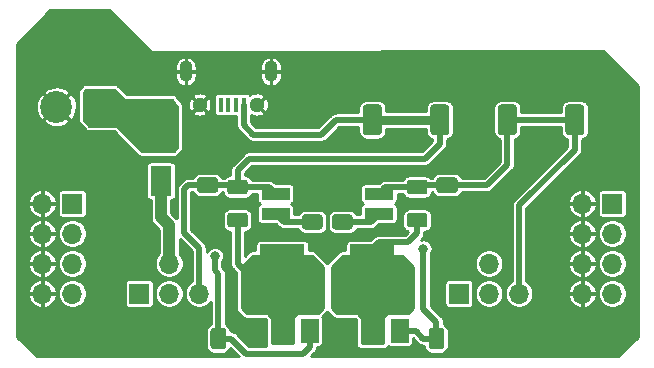
<source format=gbr>
%TF.GenerationSoftware,KiCad,Pcbnew,(5.1.7)-1*%
%TF.CreationDate,2021-01-13T20:41:06+01:00*%
%TF.ProjectId,MicroBBPS,4d696372-6f42-4425-9053-2e6b69636164,rev?*%
%TF.SameCoordinates,Original*%
%TF.FileFunction,Copper,L1,Top*%
%TF.FilePolarity,Positive*%
%FSLAX46Y46*%
G04 Gerber Fmt 4.6, Leading zero omitted, Abs format (unit mm)*
G04 Created by KiCad (PCBNEW (5.1.7)-1) date 2021-01-13 20:41:06*
%MOMM*%
%LPD*%
G01*
G04 APERTURE LIST*
%TA.AperFunction,ComponentPad*%
%ADD10C,2.700000*%
%TD*%
%TA.AperFunction,SMDPad,CuDef*%
%ADD11R,2.400000X1.000000*%
%TD*%
%TA.AperFunction,SMDPad,CuDef*%
%ADD12R,1.800000X2.500000*%
%TD*%
%TA.AperFunction,ComponentPad*%
%ADD13O,1.100000X1.800000*%
%TD*%
%TA.AperFunction,ComponentPad*%
%ADD14C,1.290000*%
%TD*%
%TA.AperFunction,SMDPad,CuDef*%
%ADD15R,0.400000X1.250000*%
%TD*%
%TA.AperFunction,ComponentPad*%
%ADD16O,1.700000X1.700000*%
%TD*%
%TA.AperFunction,ComponentPad*%
%ADD17R,1.700000X1.700000*%
%TD*%
%TA.AperFunction,SMDPad,CuDef*%
%ADD18R,1.500000X2.000000*%
%TD*%
%TA.AperFunction,SMDPad,CuDef*%
%ADD19R,3.800000X2.000000*%
%TD*%
%TA.AperFunction,ViaPad*%
%ADD20C,0.800000*%
%TD*%
%TA.AperFunction,Conductor*%
%ADD21C,0.750000*%
%TD*%
%TA.AperFunction,Conductor*%
%ADD22C,0.500000*%
%TD*%
%TA.AperFunction,Conductor*%
%ADD23C,1.000000*%
%TD*%
%TA.AperFunction,Conductor*%
%ADD24C,0.250000*%
%TD*%
%TA.AperFunction,Conductor*%
%ADD25C,0.100000*%
%TD*%
%TA.AperFunction,Conductor*%
%ADD26C,0.254000*%
%TD*%
G04 APERTURE END LIST*
D10*
%TO.P,J5,2*%
%TO.N,GND*%
X1195000Y8200000D03*
%TO.P,J5,1*%
%TO.N,Net-(D2-Pad2)*%
X5005000Y8200000D03*
%TD*%
D11*
%TO.P,D3,2*%
%TO.N,+5V*%
X19750000Y850000D03*
%TO.P,D3,1*%
%TO.N,Net-(D3-Pad1)*%
X19750000Y-850000D03*
%TD*%
%TO.P,D1,2*%
%TO.N,+3V3*%
X28500000Y850000D03*
%TO.P,D1,1*%
%TO.N,Net-(D1-Pad1)*%
X28500000Y-850000D03*
%TD*%
D12*
%TO.P,D2,2*%
%TO.N,Net-(D2-Pad2)*%
X10033000Y5937000D03*
%TO.P,D2,1*%
%TO.N,VS*%
X10033000Y1937000D03*
%TD*%
%TO.P,C8,2*%
%TO.N,GND*%
%TA.AperFunction,SMDPad,CuDef*%
G36*
G01*
X45635000Y9390000D02*
X44535000Y9390000D01*
G75*
G02*
X44285000Y9640000I0J250000D01*
G01*
X44285000Y11740000D01*
G75*
G02*
X44535000Y11990000I250000J0D01*
G01*
X45635000Y11990000D01*
G75*
G02*
X45885000Y11740000I0J-250000D01*
G01*
X45885000Y9640000D01*
G75*
G02*
X45635000Y9390000I-250000J0D01*
G01*
G37*
%TD.AperFunction*%
%TO.P,C8,1*%
%TO.N,+3V3*%
%TA.AperFunction,SMDPad,CuDef*%
G36*
G01*
X45635000Y5790000D02*
X44535000Y5790000D01*
G75*
G02*
X44285000Y6040000I0J250000D01*
G01*
X44285000Y8140000D01*
G75*
G02*
X44535000Y8390000I250000J0D01*
G01*
X45635000Y8390000D01*
G75*
G02*
X45885000Y8140000I0J-250000D01*
G01*
X45885000Y6040000D01*
G75*
G02*
X45635000Y5790000I-250000J0D01*
G01*
G37*
%TD.AperFunction*%
%TD*%
%TO.P,C7,2*%
%TO.N,GND*%
%TA.AperFunction,SMDPad,CuDef*%
G36*
G01*
X39920000Y9390000D02*
X38820000Y9390000D01*
G75*
G02*
X38570000Y9640000I0J250000D01*
G01*
X38570000Y11740000D01*
G75*
G02*
X38820000Y11990000I250000J0D01*
G01*
X39920000Y11990000D01*
G75*
G02*
X40170000Y11740000I0J-250000D01*
G01*
X40170000Y9640000D01*
G75*
G02*
X39920000Y9390000I-250000J0D01*
G01*
G37*
%TD.AperFunction*%
%TO.P,C7,1*%
%TO.N,+3V3*%
%TA.AperFunction,SMDPad,CuDef*%
G36*
G01*
X39920000Y5790000D02*
X38820000Y5790000D01*
G75*
G02*
X38570000Y6040000I0J250000D01*
G01*
X38570000Y8140000D01*
G75*
G02*
X38820000Y8390000I250000J0D01*
G01*
X39920000Y8390000D01*
G75*
G02*
X40170000Y8140000I0J-250000D01*
G01*
X40170000Y6040000D01*
G75*
G02*
X39920000Y5790000I-250000J0D01*
G01*
G37*
%TD.AperFunction*%
%TD*%
%TO.P,C6,2*%
%TO.N,GND*%
%TA.AperFunction,SMDPad,CuDef*%
G36*
G01*
X34205000Y9390000D02*
X33105000Y9390000D01*
G75*
G02*
X32855000Y9640000I0J250000D01*
G01*
X32855000Y11740000D01*
G75*
G02*
X33105000Y11990000I250000J0D01*
G01*
X34205000Y11990000D01*
G75*
G02*
X34455000Y11740000I0J-250000D01*
G01*
X34455000Y9640000D01*
G75*
G02*
X34205000Y9390000I-250000J0D01*
G01*
G37*
%TD.AperFunction*%
%TO.P,C6,1*%
%TO.N,+5V*%
%TA.AperFunction,SMDPad,CuDef*%
G36*
G01*
X34205000Y5790000D02*
X33105000Y5790000D01*
G75*
G02*
X32855000Y6040000I0J250000D01*
G01*
X32855000Y8140000D01*
G75*
G02*
X33105000Y8390000I250000J0D01*
G01*
X34205000Y8390000D01*
G75*
G02*
X34455000Y8140000I0J-250000D01*
G01*
X34455000Y6040000D01*
G75*
G02*
X34205000Y5790000I-250000J0D01*
G01*
G37*
%TD.AperFunction*%
%TD*%
%TO.P,C5,2*%
%TO.N,GND*%
%TA.AperFunction,SMDPad,CuDef*%
G36*
G01*
X28490000Y9390000D02*
X27390000Y9390000D01*
G75*
G02*
X27140000Y9640000I0J250000D01*
G01*
X27140000Y11740000D01*
G75*
G02*
X27390000Y11990000I250000J0D01*
G01*
X28490000Y11990000D01*
G75*
G02*
X28740000Y11740000I0J-250000D01*
G01*
X28740000Y9640000D01*
G75*
G02*
X28490000Y9390000I-250000J0D01*
G01*
G37*
%TD.AperFunction*%
%TO.P,C5,1*%
%TO.N,+5V*%
%TA.AperFunction,SMDPad,CuDef*%
G36*
G01*
X28490000Y5790000D02*
X27390000Y5790000D01*
G75*
G02*
X27140000Y6040000I0J250000D01*
G01*
X27140000Y8140000D01*
G75*
G02*
X27390000Y8390000I250000J0D01*
G01*
X28490000Y8390000D01*
G75*
G02*
X28740000Y8140000I0J-250000D01*
G01*
X28740000Y6040000D01*
G75*
G02*
X28490000Y5790000I-250000J0D01*
G01*
G37*
%TD.AperFunction*%
%TD*%
D13*
%TO.P,J2,6*%
%TO.N,GND*%
X19348000Y11182000D03*
X12148000Y11182000D03*
D14*
X18173000Y8382000D03*
X13323000Y8382000D03*
D15*
%TO.P,J2,1*%
%TO.N,+5V*%
X17048000Y8382000D03*
%TO.P,J2,2*%
%TO.N,/USB_Conn_D-*%
X16398000Y8382000D03*
%TO.P,J2,3*%
%TO.N,/USB_Conn_D+*%
X15748000Y8382000D03*
%TO.P,J2,4*%
%TO.N,Net-(J2-Pad4)*%
X15098000Y8382000D03*
%TO.P,J2,5*%
%TO.N,GND*%
X14398000Y8382000D03*
%TO.P,J2,6*%
%TA.AperFunction,SMDPad,CuDef*%
G36*
G01*
X17248000Y11682000D02*
X17248000Y10682000D01*
G75*
G02*
X16748000Y10182000I-500000J0D01*
G01*
X14748000Y10182000D01*
G75*
G02*
X14248000Y10682000I0J500000D01*
G01*
X14248000Y11682000D01*
G75*
G02*
X14748000Y12182000I500000J0D01*
G01*
X16748000Y12182000D01*
G75*
G02*
X17248000Y11682000I0J-500000D01*
G01*
G37*
%TD.AperFunction*%
D13*
X12148000Y11182000D03*
%TD*%
D16*
%TO.P,J9,3*%
%TO.N,+3V3*%
X40355000Y-7620000D03*
%TO.P,J9,4*%
%TO.N,VS*%
X37815000Y-5080000D03*
%TO.P,J9,2*%
%TO.N,/VoutRight*%
X37815000Y-7620000D03*
D17*
%TO.P,J9,1*%
%TO.N,+5V*%
X35275000Y-7620000D03*
%TD*%
D16*
%TO.P,J8,3*%
%TO.N,+5V*%
X13280000Y-7620000D03*
%TO.P,J8,4*%
%TO.N,VS*%
X10740000Y-5080000D03*
%TO.P,J8,2*%
%TO.N,/VoutLeft*%
X10740000Y-7620000D03*
D17*
%TO.P,J8,1*%
%TO.N,+3V3*%
X8200000Y-7620000D03*
%TD*%
%TO.P,F2,2*%
%TO.N,Net-(F2-Pad2)*%
%TA.AperFunction,SMDPad,CuDef*%
G36*
G01*
X31105000Y-775000D02*
X32355000Y-775000D01*
G75*
G02*
X32605000Y-1025000I0J-250000D01*
G01*
X32605000Y-1775000D01*
G75*
G02*
X32355000Y-2025000I-250000J0D01*
G01*
X31105000Y-2025000D01*
G75*
G02*
X30855000Y-1775000I0J250000D01*
G01*
X30855000Y-1025000D01*
G75*
G02*
X31105000Y-775000I250000J0D01*
G01*
G37*
%TD.AperFunction*%
%TO.P,F2,1*%
%TO.N,+3V3*%
%TA.AperFunction,SMDPad,CuDef*%
G36*
G01*
X31105000Y2025000D02*
X32355000Y2025000D01*
G75*
G02*
X32605000Y1775000I0J-250000D01*
G01*
X32605000Y1025000D01*
G75*
G02*
X32355000Y775000I-250000J0D01*
G01*
X31105000Y775000D01*
G75*
G02*
X30855000Y1025000I0J250000D01*
G01*
X30855000Y1775000D01*
G75*
G02*
X31105000Y2025000I250000J0D01*
G01*
G37*
%TD.AperFunction*%
%TD*%
%TO.P,F1,2*%
%TO.N,Net-(F1-Pad2)*%
%TA.AperFunction,SMDPad,CuDef*%
G36*
G01*
X15905000Y-775000D02*
X17155000Y-775000D01*
G75*
G02*
X17405000Y-1025000I0J-250000D01*
G01*
X17405000Y-1775000D01*
G75*
G02*
X17155000Y-2025000I-250000J0D01*
G01*
X15905000Y-2025000D01*
G75*
G02*
X15655000Y-1775000I0J250000D01*
G01*
X15655000Y-1025000D01*
G75*
G02*
X15905000Y-775000I250000J0D01*
G01*
G37*
%TD.AperFunction*%
%TO.P,F1,1*%
%TO.N,+5V*%
%TA.AperFunction,SMDPad,CuDef*%
G36*
G01*
X15905000Y2025000D02*
X17155000Y2025000D01*
G75*
G02*
X17405000Y1775000I0J-250000D01*
G01*
X17405000Y1025000D01*
G75*
G02*
X17155000Y775000I-250000J0D01*
G01*
X15905000Y775000D01*
G75*
G02*
X15655000Y1025000I0J250000D01*
G01*
X15655000Y1775000D01*
G75*
G02*
X15905000Y2025000I250000J0D01*
G01*
G37*
%TD.AperFunction*%
%TD*%
%TO.P,C4,2*%
%TO.N,GND*%
%TA.AperFunction,SMDPad,CuDef*%
G36*
G01*
X33619998Y-900000D02*
X34920002Y-900000D01*
G75*
G02*
X35170000Y-1149998I0J-249998D01*
G01*
X35170000Y-1975002D01*
G75*
G02*
X34920002Y-2225000I-249998J0D01*
G01*
X33619998Y-2225000D01*
G75*
G02*
X33370000Y-1975002I0J249998D01*
G01*
X33370000Y-1149998D01*
G75*
G02*
X33619998Y-900000I249998J0D01*
G01*
G37*
%TD.AperFunction*%
%TO.P,C4,1*%
%TO.N,+3V3*%
%TA.AperFunction,SMDPad,CuDef*%
G36*
G01*
X33619998Y2225000D02*
X34920002Y2225000D01*
G75*
G02*
X35170000Y1975002I0J-249998D01*
G01*
X35170000Y1149998D01*
G75*
G02*
X34920002Y900000I-249998J0D01*
G01*
X33619998Y900000D01*
G75*
G02*
X33370000Y1149998I0J249998D01*
G01*
X33370000Y1975002D01*
G75*
G02*
X33619998Y2225000I249998J0D01*
G01*
G37*
%TD.AperFunction*%
%TD*%
%TO.P,C3,2*%
%TO.N,GND*%
%TA.AperFunction,SMDPad,CuDef*%
G36*
G01*
X35825000Y-12080002D02*
X35825000Y-10779998D01*
G75*
G02*
X36074998Y-10530000I249998J0D01*
G01*
X36900002Y-10530000D01*
G75*
G02*
X37150000Y-10779998I0J-249998D01*
G01*
X37150000Y-12080002D01*
G75*
G02*
X36900002Y-12330000I-249998J0D01*
G01*
X36074998Y-12330000D01*
G75*
G02*
X35825000Y-12080002I0J249998D01*
G01*
G37*
%TD.AperFunction*%
%TO.P,C3,1*%
%TO.N,VS*%
%TA.AperFunction,SMDPad,CuDef*%
G36*
G01*
X32700000Y-12080002D02*
X32700000Y-10779998D01*
G75*
G02*
X32949998Y-10530000I249998J0D01*
G01*
X33775002Y-10530000D01*
G75*
G02*
X34025000Y-10779998I0J-249998D01*
G01*
X34025000Y-12080002D01*
G75*
G02*
X33775002Y-12330000I-249998J0D01*
G01*
X32949998Y-12330000D01*
G75*
G02*
X32700000Y-12080002I0J249998D01*
G01*
G37*
%TD.AperFunction*%
%TD*%
%TO.P,C2,2*%
%TO.N,GND*%
%TA.AperFunction,SMDPad,CuDef*%
G36*
G01*
X13339998Y-900000D02*
X14640002Y-900000D01*
G75*
G02*
X14890000Y-1149998I0J-249998D01*
G01*
X14890000Y-1975002D01*
G75*
G02*
X14640002Y-2225000I-249998J0D01*
G01*
X13339998Y-2225000D01*
G75*
G02*
X13090000Y-1975002I0J249998D01*
G01*
X13090000Y-1149998D01*
G75*
G02*
X13339998Y-900000I249998J0D01*
G01*
G37*
%TD.AperFunction*%
%TO.P,C2,1*%
%TO.N,+5V*%
%TA.AperFunction,SMDPad,CuDef*%
G36*
G01*
X13339998Y2225000D02*
X14640002Y2225000D01*
G75*
G02*
X14890000Y1975002I0J-249998D01*
G01*
X14890000Y1149998D01*
G75*
G02*
X14640002Y900000I-249998J0D01*
G01*
X13339998Y900000D01*
G75*
G02*
X13090000Y1149998I0J249998D01*
G01*
X13090000Y1975002D01*
G75*
G02*
X13339998Y2225000I249998J0D01*
G01*
G37*
%TD.AperFunction*%
%TD*%
%TO.P,C1,2*%
%TO.N,GND*%
%TA.AperFunction,SMDPad,CuDef*%
G36*
G01*
X12435000Y-10779998D02*
X12435000Y-12080002D01*
G75*
G02*
X12185002Y-12330000I-249998J0D01*
G01*
X11359998Y-12330000D01*
G75*
G02*
X11110000Y-12080002I0J249998D01*
G01*
X11110000Y-10779998D01*
G75*
G02*
X11359998Y-10530000I249998J0D01*
G01*
X12185002Y-10530000D01*
G75*
G02*
X12435000Y-10779998I0J-249998D01*
G01*
G37*
%TD.AperFunction*%
%TO.P,C1,1*%
%TO.N,VS*%
%TA.AperFunction,SMDPad,CuDef*%
G36*
G01*
X15560000Y-10779998D02*
X15560000Y-12080002D01*
G75*
G02*
X15310002Y-12330000I-249998J0D01*
G01*
X14484998Y-12330000D01*
G75*
G02*
X14235000Y-12080002I0J249998D01*
G01*
X14235000Y-10779998D01*
G75*
G02*
X14484998Y-10530000I249998J0D01*
G01*
X15310002Y-10530000D01*
G75*
G02*
X15560000Y-10779998I0J-249998D01*
G01*
G37*
%TD.AperFunction*%
%TD*%
%TO.P,R2,2*%
%TO.N,GND*%
%TA.AperFunction,SMDPad,CuDef*%
G36*
G01*
X26025001Y900000D02*
X24774999Y900000D01*
G75*
G02*
X24525000Y1149999I0J249999D01*
G01*
X24525000Y1950001D01*
G75*
G02*
X24774999Y2200000I249999J0D01*
G01*
X26025001Y2200000D01*
G75*
G02*
X26275000Y1950001I0J-249999D01*
G01*
X26275000Y1149999D01*
G75*
G02*
X26025001Y900000I-249999J0D01*
G01*
G37*
%TD.AperFunction*%
%TO.P,R2,1*%
%TO.N,Net-(D1-Pad1)*%
%TA.AperFunction,SMDPad,CuDef*%
G36*
G01*
X26025001Y-2200000D02*
X24774999Y-2200000D01*
G75*
G02*
X24525000Y-1950001I0J249999D01*
G01*
X24525000Y-1149999D01*
G75*
G02*
X24774999Y-900000I249999J0D01*
G01*
X26025001Y-900000D01*
G75*
G02*
X26275000Y-1149999I0J-249999D01*
G01*
X26275000Y-1950001D01*
G75*
G02*
X26025001Y-2200000I-249999J0D01*
G01*
G37*
%TD.AperFunction*%
%TD*%
%TO.P,R1,2*%
%TO.N,GND*%
%TA.AperFunction,SMDPad,CuDef*%
G36*
G01*
X23485001Y900000D02*
X22234999Y900000D01*
G75*
G02*
X21985000Y1149999I0J249999D01*
G01*
X21985000Y1950001D01*
G75*
G02*
X22234999Y2200000I249999J0D01*
G01*
X23485001Y2200000D01*
G75*
G02*
X23735000Y1950001I0J-249999D01*
G01*
X23735000Y1149999D01*
G75*
G02*
X23485001Y900000I-249999J0D01*
G01*
G37*
%TD.AperFunction*%
%TO.P,R1,1*%
%TO.N,Net-(D3-Pad1)*%
%TA.AperFunction,SMDPad,CuDef*%
G36*
G01*
X23485001Y-2200000D02*
X22234999Y-2200000D01*
G75*
G02*
X21985000Y-1950001I0J249999D01*
G01*
X21985000Y-1149999D01*
G75*
G02*
X22234999Y-900000I249999J0D01*
G01*
X23485001Y-900000D01*
G75*
G02*
X23735000Y-1149999I0J-249999D01*
G01*
X23735000Y-1950001D01*
G75*
G02*
X23485001Y-2200000I-249999J0D01*
G01*
G37*
%TD.AperFunction*%
%TD*%
D16*
%TO.P,Right1,8*%
%TO.N,GND*%
X45720000Y-7620000D03*
%TO.P,Right1,7*%
%TO.N,/VoutRight*%
X48260000Y-7620000D03*
%TO.P,Right1,6*%
%TO.N,GND*%
X45720000Y-5080000D03*
%TO.P,Right1,5*%
%TO.N,/VoutRight*%
X48260000Y-5080000D03*
%TO.P,Right1,4*%
%TO.N,GND*%
X45720000Y-2540000D03*
%TO.P,Right1,3*%
%TO.N,/VoutRight*%
X48260000Y-2540000D03*
%TO.P,Right1,2*%
%TO.N,GND*%
X45720000Y0D03*
D17*
%TO.P,Right1,1*%
%TO.N,/VoutRight*%
X48260000Y0D03*
%TD*%
D16*
%TO.P,Left1,8*%
%TO.N,GND*%
X0Y-7620000D03*
%TO.P,Left1,7*%
%TO.N,/VoutLeft*%
X2540000Y-7620000D03*
%TO.P,Left1,6*%
%TO.N,GND*%
X0Y-5080000D03*
%TO.P,Left1,5*%
%TO.N,/VoutLeft*%
X2540000Y-5080000D03*
%TO.P,Left1,4*%
%TO.N,GND*%
X0Y-2540000D03*
%TO.P,Left1,3*%
%TO.N,/VoutLeft*%
X2540000Y-2540000D03*
%TO.P,Left1,2*%
%TO.N,GND*%
X0Y0D03*
D17*
%TO.P,Left1,1*%
%TO.N,/VoutLeft*%
X2540000Y0D03*
%TD*%
D18*
%TO.P,U3,1*%
%TO.N,GND*%
X25640000Y-10770000D03*
%TO.P,U3,3*%
%TO.N,VS*%
X30240000Y-10770000D03*
%TO.P,U3,2*%
%TO.N,Net-(F2-Pad2)*%
X27940000Y-10770000D03*
D19*
X27940000Y-4470000D03*
%TD*%
D18*
%TO.P,U1,1*%
%TO.N,GND*%
X18020000Y-10770000D03*
%TO.P,U1,3*%
%TO.N,VS*%
X22620000Y-10770000D03*
%TO.P,U1,2*%
%TO.N,Net-(F1-Pad2)*%
X20320000Y-10770000D03*
D19*
X20320000Y-4470000D03*
%TD*%
D20*
%TO.N,VS*%
X32258000Y-3810000D03*
X14605000Y-4445000D03*
%TO.N,Net-(F1-Pad2)*%
X17780000Y-7620000D03*
X20320000Y-7620000D03*
X19050000Y-7620000D03*
X17780000Y-8890000D03*
X19050000Y-6350000D03*
X17780000Y-6350000D03*
X20320000Y-6350000D03*
X20320000Y-8890000D03*
X19050000Y-8890000D03*
X21590000Y-8890000D03*
X22860000Y-7620000D03*
X21590000Y-7620000D03*
X22860000Y-6350000D03*
X21590000Y-6350000D03*
X22860000Y-8890000D03*
%TO.N,Net-(F2-Pad2)*%
X27940000Y-7620000D03*
X26670000Y-7620000D03*
X25400000Y-7620000D03*
X27940000Y-6350000D03*
X25400000Y-6350000D03*
X26670000Y-6350000D03*
X25400000Y-8890000D03*
X27940000Y-8890000D03*
X26670000Y-8890000D03*
X29210000Y-6350000D03*
X29210000Y-7620000D03*
X30480000Y-7620000D03*
X30480000Y-6350000D03*
X30480000Y-8890000D03*
X29210000Y-8890000D03*
%TD*%
D21*
%TO.N,+5V*%
X33655000Y7090000D02*
X27940000Y7090000D01*
D22*
X24870000Y7090000D02*
X27940000Y7090000D01*
X23622000Y5842000D02*
X24870000Y7090000D01*
X17840000Y5842000D02*
X23622000Y5842000D01*
X17048000Y6634000D02*
X17840000Y5842000D01*
X17048000Y8382000D02*
X17048000Y6634000D01*
X14152500Y1400000D02*
X13990000Y1562500D01*
X13280000Y-3755000D02*
X13280000Y-7620000D01*
X16367500Y1562500D02*
X16530000Y1400000D01*
X13990000Y1562500D02*
X16367500Y1562500D01*
X19200000Y1400000D02*
X19750000Y850000D01*
X16530000Y1400000D02*
X19200000Y1400000D01*
X13280000Y-3755000D02*
X12000000Y-2475000D01*
X12000000Y-2475000D02*
X12000000Y1200000D01*
X12362500Y1562500D02*
X13990000Y1562500D01*
X12000000Y1200000D02*
X12362500Y1562500D01*
X33655000Y5080000D02*
X33655000Y7090000D01*
X17510000Y3810000D02*
X32385000Y3810000D01*
X32385000Y3810000D02*
X33655000Y5080000D01*
X16530000Y2830000D02*
X17510000Y3810000D01*
X16530000Y1400000D02*
X16530000Y2830000D01*
%TO.N,Net-(D1-Pad1)*%
X27800000Y-1550000D02*
X28500000Y-850000D01*
X25400000Y-1550000D02*
X27800000Y-1550000D01*
%TO.N,VS*%
X33362500Y-11430000D02*
X32258000Y-11430000D01*
X31598000Y-10770000D02*
X30240000Y-10770000D01*
X32258000Y-11430000D02*
X31598000Y-10770000D01*
X16002000Y-11430000D02*
X14897500Y-11430000D01*
X22098000Y-12700000D02*
X17272000Y-12700000D01*
X22620000Y-12178000D02*
X22098000Y-12700000D01*
X17272000Y-12700000D02*
X16002000Y-11430000D01*
X22620000Y-10770000D02*
X22620000Y-12178000D01*
X33362500Y-11430000D02*
X33362500Y-9994500D01*
X32258000Y-8890000D02*
X32258000Y-3810000D01*
X33362500Y-9994500D02*
X32258000Y-8890000D01*
D23*
X10033000Y1937000D02*
X10033000Y-1143000D01*
X10740000Y-1850000D02*
X10740000Y-5080000D01*
X10033000Y-1143000D02*
X10740000Y-1850000D01*
D22*
X14897500Y-11430000D02*
X14897500Y-5930500D01*
X14605000Y-5638000D02*
X14897500Y-5930500D01*
X14605000Y-4445000D02*
X14605000Y-5638000D01*
%TO.N,Net-(F1-Pad2)*%
X20320000Y-4470000D02*
X19456000Y-4470000D01*
X16530000Y-5100000D02*
X17780000Y-6350000D01*
X16530000Y-1400000D02*
X16530000Y-5100000D01*
%TO.N,Net-(F2-Pad2)*%
X28804000Y-4470000D02*
X27940000Y-4470000D01*
X31730000Y-2520000D02*
X31730000Y-1400000D01*
X31000000Y-3250000D02*
X31730000Y-2520000D01*
X28500000Y-3250000D02*
X31000000Y-3250000D01*
X27940000Y-3810000D02*
X28500000Y-3250000D01*
X27940000Y-4470000D02*
X27940000Y-3810000D01*
%TO.N,Net-(D3-Pad1)*%
X20450000Y-1550000D02*
X19750000Y-850000D01*
X22860000Y-1550000D02*
X20450000Y-1550000D01*
%TO.N,+3V3*%
X39370000Y7090000D02*
X45085000Y7090000D01*
X39370000Y3302000D02*
X39370000Y7090000D01*
X45085000Y7090000D02*
X45085000Y4572000D01*
X40355000Y-158000D02*
X40355000Y-7620000D01*
X45085000Y4572000D02*
X40355000Y-158000D01*
X29050000Y1400000D02*
X28500000Y850000D01*
X31730000Y1400000D02*
X29050000Y1400000D01*
X31892500Y1562500D02*
X31730000Y1400000D01*
X34270000Y1562500D02*
X31892500Y1562500D01*
X37630500Y1562500D02*
X39370000Y3302000D01*
X34270000Y1562500D02*
X37630500Y1562500D01*
%TD*%
D24*
%TO.N,GND*%
X9101737Y12938578D02*
X9114735Y12922847D01*
X9144724Y12898402D01*
X9174696Y12873804D01*
X9175288Y12873487D01*
X9175809Y12873063D01*
X9209963Y12854953D01*
X9244185Y12836661D01*
X9244830Y12836465D01*
X9245421Y12836152D01*
X9282480Y12825045D01*
X9319585Y12813789D01*
X9320252Y12813723D01*
X9320897Y12813530D01*
X9359657Y12809842D01*
X9397999Y12806066D01*
X9418298Y12808065D01*
X47459865Y12934450D01*
X50400000Y9994314D01*
X50400001Y-11264313D01*
X48729315Y-12935000D01*
X22746883Y-12935000D01*
X23040234Y-12641650D01*
X23064080Y-12622080D01*
X23083652Y-12598232D01*
X23142182Y-12526913D01*
X23200218Y-12418336D01*
X23220618Y-12351087D01*
X23235957Y-12300521D01*
X23245000Y-12208704D01*
X23245000Y-12208695D01*
X23248023Y-12178001D01*
X23245000Y-12147307D01*
X23245000Y-12146814D01*
X23370000Y-12146814D01*
X23443513Y-12139574D01*
X23514200Y-12118131D01*
X23579347Y-12083309D01*
X23636448Y-12036448D01*
X23683309Y-11979347D01*
X23718131Y-11914200D01*
X23739574Y-11843513D01*
X23746814Y-11770000D01*
X23746814Y-9770000D01*
X23739574Y-9696487D01*
X23718131Y-9625800D01*
X23701550Y-9594780D01*
X24130000Y-9166330D01*
X24626835Y-9663165D01*
X24683661Y-9709801D01*
X24748494Y-9744455D01*
X24818841Y-9765794D01*
X24892000Y-9773000D01*
X26514670Y-9773000D01*
X26549000Y-9807330D01*
X26549000Y-11938000D01*
X26556206Y-12011159D01*
X26577545Y-12081506D01*
X26612199Y-12146339D01*
X26658835Y-12203165D01*
X26715661Y-12249801D01*
X26780494Y-12284455D01*
X26850841Y-12305794D01*
X26924000Y-12313000D01*
X28956000Y-12313000D01*
X29029159Y-12305794D01*
X29099506Y-12284455D01*
X29164339Y-12249801D01*
X29221165Y-12203165D01*
X29267801Y-12146339D01*
X29296861Y-12091972D01*
X29345800Y-12118131D01*
X29416487Y-12139574D01*
X29490000Y-12146814D01*
X30990000Y-12146814D01*
X31063513Y-12139574D01*
X31134200Y-12118131D01*
X31199347Y-12083309D01*
X31256448Y-12036448D01*
X31303309Y-11979347D01*
X31338131Y-11914200D01*
X31359574Y-11843513D01*
X31366814Y-11770000D01*
X31366814Y-11422696D01*
X31794346Y-11850229D01*
X31813920Y-11874080D01*
X31909089Y-11952183D01*
X32017666Y-12010219D01*
X32135479Y-12045957D01*
X32227296Y-12055000D01*
X32227306Y-12055000D01*
X32258000Y-12058023D01*
X32288694Y-12055000D01*
X32323186Y-12055000D01*
X32323186Y-12080002D01*
X32335230Y-12202287D01*
X32370899Y-12319873D01*
X32428823Y-12428240D01*
X32506775Y-12523225D01*
X32601760Y-12601177D01*
X32710127Y-12659101D01*
X32827713Y-12694770D01*
X32949998Y-12706814D01*
X33775002Y-12706814D01*
X33897287Y-12694770D01*
X34014873Y-12659101D01*
X34123240Y-12601177D01*
X34218225Y-12523225D01*
X34296177Y-12428240D01*
X34354101Y-12319873D01*
X34389770Y-12202287D01*
X34401814Y-12080002D01*
X34401814Y-10779998D01*
X34389770Y-10657713D01*
X34354101Y-10540127D01*
X34296177Y-10431760D01*
X34218225Y-10336775D01*
X34123240Y-10258823D01*
X34014873Y-10200899D01*
X33987500Y-10192596D01*
X33987500Y-10025201D01*
X33990524Y-9994500D01*
X33987500Y-9963796D01*
X33978457Y-9871979D01*
X33942719Y-9754166D01*
X33884683Y-9645589D01*
X33806580Y-9550420D01*
X33782729Y-9530846D01*
X32883000Y-8631118D01*
X32883000Y-6770000D01*
X34048186Y-6770000D01*
X34048186Y-8470000D01*
X34055426Y-8543513D01*
X34076869Y-8614200D01*
X34111691Y-8679347D01*
X34158552Y-8736448D01*
X34215653Y-8783309D01*
X34280800Y-8818131D01*
X34351487Y-8839574D01*
X34425000Y-8846814D01*
X36125000Y-8846814D01*
X36198513Y-8839574D01*
X36269200Y-8818131D01*
X36334347Y-8783309D01*
X36391448Y-8736448D01*
X36438309Y-8679347D01*
X36473131Y-8614200D01*
X36494574Y-8543513D01*
X36501814Y-8470000D01*
X36501814Y-7499348D01*
X36590000Y-7499348D01*
X36590000Y-7740652D01*
X36637076Y-7977319D01*
X36729419Y-8200255D01*
X36863481Y-8400892D01*
X37034108Y-8571519D01*
X37234745Y-8705581D01*
X37457681Y-8797924D01*
X37694348Y-8845000D01*
X37935652Y-8845000D01*
X38172319Y-8797924D01*
X38395255Y-8705581D01*
X38595892Y-8571519D01*
X38766519Y-8400892D01*
X38900581Y-8200255D01*
X38992924Y-7977319D01*
X39040000Y-7740652D01*
X39040000Y-7499348D01*
X38992924Y-7262681D01*
X38900581Y-7039745D01*
X38766519Y-6839108D01*
X38595892Y-6668481D01*
X38395255Y-6534419D01*
X38172319Y-6442076D01*
X37935652Y-6395000D01*
X37694348Y-6395000D01*
X37457681Y-6442076D01*
X37234745Y-6534419D01*
X37034108Y-6668481D01*
X36863481Y-6839108D01*
X36729419Y-7039745D01*
X36637076Y-7262681D01*
X36590000Y-7499348D01*
X36501814Y-7499348D01*
X36501814Y-6770000D01*
X36494574Y-6696487D01*
X36473131Y-6625800D01*
X36438309Y-6560653D01*
X36391448Y-6503552D01*
X36334347Y-6456691D01*
X36269200Y-6421869D01*
X36198513Y-6400426D01*
X36125000Y-6393186D01*
X34425000Y-6393186D01*
X34351487Y-6400426D01*
X34280800Y-6421869D01*
X34215653Y-6456691D01*
X34158552Y-6503552D01*
X34111691Y-6560653D01*
X34076869Y-6625800D01*
X34055426Y-6696487D01*
X34048186Y-6770000D01*
X32883000Y-6770000D01*
X32883000Y-4959348D01*
X36590000Y-4959348D01*
X36590000Y-5200652D01*
X36637076Y-5437319D01*
X36729419Y-5660255D01*
X36863481Y-5860892D01*
X37034108Y-6031519D01*
X37234745Y-6165581D01*
X37457681Y-6257924D01*
X37694348Y-6305000D01*
X37935652Y-6305000D01*
X38172319Y-6257924D01*
X38395255Y-6165581D01*
X38595892Y-6031519D01*
X38766519Y-5860892D01*
X38900581Y-5660255D01*
X38992924Y-5437319D01*
X39040000Y-5200652D01*
X39040000Y-4959348D01*
X38992924Y-4722681D01*
X38900581Y-4499745D01*
X38766519Y-4299108D01*
X38595892Y-4128481D01*
X38395255Y-3994419D01*
X38172319Y-3902076D01*
X37935652Y-3855000D01*
X37694348Y-3855000D01*
X37457681Y-3902076D01*
X37234745Y-3994419D01*
X37034108Y-4128481D01*
X36863481Y-4299108D01*
X36729419Y-4499745D01*
X36637076Y-4722681D01*
X36590000Y-4959348D01*
X32883000Y-4959348D01*
X32883000Y-4269585D01*
X32944796Y-4177100D01*
X33003217Y-4036059D01*
X33033000Y-3886331D01*
X33033000Y-3733669D01*
X33003217Y-3583941D01*
X32944796Y-3442900D01*
X32859982Y-3315966D01*
X32752034Y-3208018D01*
X32625100Y-3123204D01*
X32484059Y-3064783D01*
X32334331Y-3035000D01*
X32181669Y-3035000D01*
X32078327Y-3055556D01*
X32150230Y-2983653D01*
X32174080Y-2964080D01*
X32252183Y-2868911D01*
X32310219Y-2760334D01*
X32345957Y-2642521D01*
X32355000Y-2550704D01*
X32355000Y-2550702D01*
X32358024Y-2520000D01*
X32355000Y-2489299D01*
X32355000Y-2401814D01*
X32477285Y-2389770D01*
X32594871Y-2354101D01*
X32703239Y-2296177D01*
X32798224Y-2218224D01*
X32876177Y-2123239D01*
X32934101Y-2014871D01*
X32969770Y-1897285D01*
X32981814Y-1775000D01*
X32981814Y-1025000D01*
X32969770Y-902715D01*
X32934101Y-785129D01*
X32876177Y-676761D01*
X32798224Y-581776D01*
X32703239Y-503823D01*
X32594871Y-445899D01*
X32477285Y-410230D01*
X32355000Y-398186D01*
X31105000Y-398186D01*
X30982715Y-410230D01*
X30865129Y-445899D01*
X30756761Y-503823D01*
X30661776Y-581776D01*
X30583823Y-676761D01*
X30525899Y-785129D01*
X30490230Y-902715D01*
X30478186Y-1025000D01*
X30478186Y-1775000D01*
X30490230Y-1897285D01*
X30525899Y-2014871D01*
X30583823Y-2123239D01*
X30661776Y-2218224D01*
X30756761Y-2296177D01*
X30865129Y-2354101D01*
X30977829Y-2388288D01*
X30741118Y-2625000D01*
X28530702Y-2625000D01*
X28500000Y-2621976D01*
X28469298Y-2625000D01*
X28469296Y-2625000D01*
X28377479Y-2634043D01*
X28259666Y-2669781D01*
X28209124Y-2696796D01*
X28151088Y-2727817D01*
X28079769Y-2786347D01*
X28079765Y-2786351D01*
X28055920Y-2805920D01*
X28036350Y-2829766D01*
X27772931Y-3093186D01*
X26040000Y-3093186D01*
X25966487Y-3100426D01*
X25895800Y-3121869D01*
X25830653Y-3156691D01*
X25773552Y-3203552D01*
X25726691Y-3260653D01*
X25691869Y-3325800D01*
X25670426Y-3396487D01*
X25663186Y-3470000D01*
X25663186Y-3943000D01*
X25400000Y-3943000D01*
X25326841Y-3950206D01*
X25256494Y-3971545D01*
X25191661Y-4006199D01*
X25134835Y-4052835D01*
X24130000Y-5057670D01*
X23125165Y-4052835D01*
X23068339Y-4006199D01*
X23003506Y-3971545D01*
X22933159Y-3950206D01*
X22860000Y-3943000D01*
X22596814Y-3943000D01*
X22596814Y-3470000D01*
X22589574Y-3396487D01*
X22568131Y-3325800D01*
X22533309Y-3260653D01*
X22486448Y-3203552D01*
X22429347Y-3156691D01*
X22364200Y-3121869D01*
X22293513Y-3100426D01*
X22220000Y-3093186D01*
X18420000Y-3093186D01*
X18346487Y-3100426D01*
X18275800Y-3121869D01*
X18210653Y-3156691D01*
X18153552Y-3203552D01*
X18106691Y-3260653D01*
X18071869Y-3325800D01*
X18050426Y-3396487D01*
X18043186Y-3470000D01*
X18043186Y-3943000D01*
X17780000Y-3943000D01*
X17706841Y-3950206D01*
X17636494Y-3971545D01*
X17571661Y-4006199D01*
X17514835Y-4052835D01*
X17155000Y-4412670D01*
X17155000Y-2401814D01*
X17277285Y-2389770D01*
X17394871Y-2354101D01*
X17503239Y-2296177D01*
X17598224Y-2218224D01*
X17676177Y-2123239D01*
X17734101Y-2014871D01*
X17769770Y-1897285D01*
X17781814Y-1775000D01*
X17781814Y-1025000D01*
X17769770Y-902715D01*
X17734101Y-785129D01*
X17676177Y-676761D01*
X17598224Y-581776D01*
X17503239Y-503823D01*
X17394871Y-445899D01*
X17277285Y-410230D01*
X17155000Y-398186D01*
X15905000Y-398186D01*
X15782715Y-410230D01*
X15665129Y-445899D01*
X15556761Y-503823D01*
X15461776Y-581776D01*
X15383823Y-676761D01*
X15325899Y-785129D01*
X15290230Y-902715D01*
X15278186Y-1025000D01*
X15278186Y-1775000D01*
X15290230Y-1897285D01*
X15325899Y-2014871D01*
X15383823Y-2123239D01*
X15461776Y-2218224D01*
X15556761Y-2296177D01*
X15665129Y-2354101D01*
X15782715Y-2389770D01*
X15905000Y-2401814D01*
X15905001Y-5069296D01*
X15901977Y-5100000D01*
X15905001Y-5130704D01*
X15914044Y-5222521D01*
X15949782Y-5340334D01*
X16007818Y-5448911D01*
X16085921Y-5544080D01*
X16109772Y-5563654D01*
X16389000Y-5842882D01*
X16389000Y-8890000D01*
X16396206Y-8963159D01*
X16417545Y-9033506D01*
X16452199Y-9098339D01*
X16498835Y-9155165D01*
X17006835Y-9663165D01*
X17063661Y-9709801D01*
X17128494Y-9744455D01*
X17198841Y-9765794D01*
X17272000Y-9773000D01*
X18894670Y-9773000D01*
X18929000Y-9807330D01*
X18929000Y-11938000D01*
X18936206Y-12011159D01*
X18955571Y-12075000D01*
X17530883Y-12075000D01*
X16465658Y-11009776D01*
X16446080Y-10985920D01*
X16350911Y-10907817D01*
X16242334Y-10849781D01*
X16124521Y-10814043D01*
X16032704Y-10805000D01*
X16032694Y-10805000D01*
X16002000Y-10801977D01*
X15971306Y-10805000D01*
X15936814Y-10805000D01*
X15936814Y-10779998D01*
X15924770Y-10657713D01*
X15889101Y-10540127D01*
X15831177Y-10431760D01*
X15753225Y-10336775D01*
X15658240Y-10258823D01*
X15549873Y-10200899D01*
X15522500Y-10192596D01*
X15522500Y-5961193D01*
X15525523Y-5930499D01*
X15522500Y-5899805D01*
X15522500Y-5899796D01*
X15513457Y-5807979D01*
X15477719Y-5690166D01*
X15419683Y-5581589D01*
X15341580Y-5486420D01*
X15317728Y-5466846D01*
X15230000Y-5379117D01*
X15230000Y-4904585D01*
X15291796Y-4812100D01*
X15350217Y-4671059D01*
X15380000Y-4521331D01*
X15380000Y-4368669D01*
X15350217Y-4218941D01*
X15291796Y-4077900D01*
X15206982Y-3950966D01*
X15099034Y-3843018D01*
X14972100Y-3758204D01*
X14831059Y-3699783D01*
X14681331Y-3670000D01*
X14528669Y-3670000D01*
X14378941Y-3699783D01*
X14237900Y-3758204D01*
X14110966Y-3843018D01*
X14003018Y-3950966D01*
X13918204Y-4077900D01*
X13905000Y-4109777D01*
X13905000Y-3785693D01*
X13908023Y-3754999D01*
X13905000Y-3724305D01*
X13905000Y-3724296D01*
X13895957Y-3632479D01*
X13860219Y-3514666D01*
X13802183Y-3406089D01*
X13802182Y-3406087D01*
X13743652Y-3334769D01*
X13724080Y-3310920D01*
X13700230Y-3291347D01*
X12625000Y-2216118D01*
X12625000Y937500D01*
X12752596Y937500D01*
X12760899Y910127D01*
X12818823Y801760D01*
X12896775Y706775D01*
X12991760Y628823D01*
X13100127Y570899D01*
X13217713Y535230D01*
X13339998Y523186D01*
X14640002Y523186D01*
X14762287Y535230D01*
X14879873Y570899D01*
X14988240Y628823D01*
X15083225Y706775D01*
X15161177Y801760D01*
X15219101Y910127D01*
X15227404Y937500D01*
X15286804Y937500D01*
X15290230Y902715D01*
X15325899Y785129D01*
X15383823Y676761D01*
X15461776Y581776D01*
X15556761Y503823D01*
X15665129Y445899D01*
X15782715Y410230D01*
X15905000Y398186D01*
X17155000Y398186D01*
X17277285Y410230D01*
X17394871Y445899D01*
X17503239Y503823D01*
X17598224Y581776D01*
X17676177Y676761D01*
X17728687Y775000D01*
X18173186Y775000D01*
X18173186Y350000D01*
X18180426Y276487D01*
X18201869Y205800D01*
X18236691Y140653D01*
X18283552Y83552D01*
X18340653Y36691D01*
X18405800Y1869D01*
X18411961Y0D01*
X18405800Y-1869D01*
X18340653Y-36691D01*
X18283552Y-83552D01*
X18236691Y-140653D01*
X18201869Y-205800D01*
X18180426Y-276487D01*
X18173186Y-350000D01*
X18173186Y-1350000D01*
X18180426Y-1423513D01*
X18201869Y-1494200D01*
X18236691Y-1559347D01*
X18283552Y-1616448D01*
X18340653Y-1663309D01*
X18405800Y-1698131D01*
X18476487Y-1719574D01*
X18550000Y-1726814D01*
X19742931Y-1726814D01*
X19986350Y-1970234D01*
X20005920Y-1994080D01*
X20029765Y-2013649D01*
X20029768Y-2013652D01*
X20101087Y-2072182D01*
X20101089Y-2072183D01*
X20209666Y-2130219D01*
X20327479Y-2165957D01*
X20419296Y-2175000D01*
X20419305Y-2175000D01*
X20449999Y-2178023D01*
X20480693Y-2175000D01*
X21651388Y-2175000D01*
X21655899Y-2189872D01*
X21713823Y-2298240D01*
X21791775Y-2393225D01*
X21886760Y-2471177D01*
X21995128Y-2529101D01*
X22112714Y-2564770D01*
X22234999Y-2576814D01*
X23485001Y-2576814D01*
X23607286Y-2564770D01*
X23724872Y-2529101D01*
X23833240Y-2471177D01*
X23928225Y-2393225D01*
X24006177Y-2298240D01*
X24064101Y-2189872D01*
X24099770Y-2072286D01*
X24111814Y-1950001D01*
X24111814Y-1149999D01*
X24148186Y-1149999D01*
X24148186Y-1950001D01*
X24160230Y-2072286D01*
X24195899Y-2189872D01*
X24253823Y-2298240D01*
X24331775Y-2393225D01*
X24426760Y-2471177D01*
X24535128Y-2529101D01*
X24652714Y-2564770D01*
X24774999Y-2576814D01*
X26025001Y-2576814D01*
X26147286Y-2564770D01*
X26264872Y-2529101D01*
X26373240Y-2471177D01*
X26468225Y-2393225D01*
X26546177Y-2298240D01*
X26604101Y-2189872D01*
X26608612Y-2175000D01*
X27769306Y-2175000D01*
X27800000Y-2178023D01*
X27830694Y-2175000D01*
X27830704Y-2175000D01*
X27922521Y-2165957D01*
X28040334Y-2130219D01*
X28148911Y-2072183D01*
X28244080Y-1994080D01*
X28263658Y-1970224D01*
X28507069Y-1726814D01*
X29700000Y-1726814D01*
X29773513Y-1719574D01*
X29844200Y-1698131D01*
X29909347Y-1663309D01*
X29966448Y-1616448D01*
X30013309Y-1559347D01*
X30048131Y-1494200D01*
X30069574Y-1423513D01*
X30076814Y-1350000D01*
X30076814Y-350000D01*
X30069574Y-276487D01*
X30048131Y-205800D01*
X30013309Y-140653D01*
X29966448Y-83552D01*
X29909347Y-36691D01*
X29844200Y-1869D01*
X29838039Y0D01*
X29844200Y1869D01*
X29909347Y36691D01*
X29966448Y83552D01*
X30013309Y140653D01*
X30048131Y205800D01*
X30069574Y276487D01*
X30076814Y350000D01*
X30076814Y775000D01*
X30531313Y775000D01*
X30583823Y676761D01*
X30661776Y581776D01*
X30756761Y503823D01*
X30865129Y445899D01*
X30982715Y410230D01*
X31105000Y398186D01*
X32355000Y398186D01*
X32477285Y410230D01*
X32594871Y445899D01*
X32703239Y503823D01*
X32798224Y581776D01*
X32876177Y676761D01*
X32934101Y785129D01*
X32969770Y902715D01*
X32973196Y937500D01*
X33032596Y937500D01*
X33040899Y910127D01*
X33098823Y801760D01*
X33176775Y706775D01*
X33271760Y628823D01*
X33380127Y570899D01*
X33497713Y535230D01*
X33619998Y523186D01*
X34920002Y523186D01*
X35042287Y535230D01*
X35159873Y570899D01*
X35268240Y628823D01*
X35363225Y706775D01*
X35441177Y801760D01*
X35499101Y910127D01*
X35507404Y937500D01*
X37599806Y937500D01*
X37630500Y934477D01*
X37661194Y937500D01*
X37661204Y937500D01*
X37753021Y946543D01*
X37870834Y982281D01*
X37979411Y1040317D01*
X38074580Y1118420D01*
X38094158Y1142276D01*
X39790236Y2838352D01*
X39814080Y2857920D01*
X39891717Y2952521D01*
X39892182Y2953087D01*
X39950218Y3061664D01*
X39952848Y3070334D01*
X39985957Y3179479D01*
X39995000Y3271296D01*
X39995000Y3271305D01*
X39998023Y3301999D01*
X39995000Y3332693D01*
X39995000Y5420573D01*
X40042285Y5425230D01*
X40159871Y5460899D01*
X40268239Y5518823D01*
X40363224Y5596776D01*
X40441177Y5691761D01*
X40499101Y5800129D01*
X40534770Y5917715D01*
X40546814Y6040000D01*
X40546814Y6465000D01*
X43908186Y6465000D01*
X43908186Y6040000D01*
X43920230Y5917715D01*
X43955899Y5800129D01*
X44013823Y5691761D01*
X44091776Y5596776D01*
X44186761Y5518823D01*
X44295129Y5460899D01*
X44412715Y5425230D01*
X44460001Y5420573D01*
X44460001Y4830884D01*
X39934776Y305658D01*
X39910920Y286080D01*
X39832817Y190910D01*
X39774781Y82333D01*
X39739043Y-35480D01*
X39730000Y-127297D01*
X39730000Y-127306D01*
X39726977Y-158000D01*
X39730000Y-188694D01*
X39730001Y-6564316D01*
X39574108Y-6668481D01*
X39403481Y-6839108D01*
X39269419Y-7039745D01*
X39177076Y-7262681D01*
X39130000Y-7499348D01*
X39130000Y-7740652D01*
X39177076Y-7977319D01*
X39269419Y-8200255D01*
X39403481Y-8400892D01*
X39574108Y-8571519D01*
X39774745Y-8705581D01*
X39997681Y-8797924D01*
X40234348Y-8845000D01*
X40475652Y-8845000D01*
X40712319Y-8797924D01*
X40935255Y-8705581D01*
X41135892Y-8571519D01*
X41306519Y-8400892D01*
X41440581Y-8200255D01*
X41532924Y-7977319D01*
X41560977Y-7836285D01*
X44514245Y-7836285D01*
X44523259Y-7881602D01*
X44597290Y-8110048D01*
X44714466Y-8319662D01*
X44870284Y-8502388D01*
X45058756Y-8651205D01*
X45272640Y-8760393D01*
X45503715Y-8825756D01*
X45695000Y-8750996D01*
X45695000Y-7645000D01*
X45745000Y-7645000D01*
X45745000Y-8750996D01*
X45936285Y-8825756D01*
X46167360Y-8760393D01*
X46381244Y-8651205D01*
X46569716Y-8502388D01*
X46725534Y-8319662D01*
X46842710Y-8110048D01*
X46916741Y-7881602D01*
X46925755Y-7836285D01*
X46850974Y-7645000D01*
X45745000Y-7645000D01*
X45695000Y-7645000D01*
X44589026Y-7645000D01*
X44514245Y-7836285D01*
X41560977Y-7836285D01*
X41580000Y-7740652D01*
X41580000Y-7499348D01*
X41560978Y-7403715D01*
X44514245Y-7403715D01*
X44589026Y-7595000D01*
X45695000Y-7595000D01*
X45695000Y-6489004D01*
X45745000Y-6489004D01*
X45745000Y-7595000D01*
X46850974Y-7595000D01*
X46888368Y-7499348D01*
X47035000Y-7499348D01*
X47035000Y-7740652D01*
X47082076Y-7977319D01*
X47174419Y-8200255D01*
X47308481Y-8400892D01*
X47479108Y-8571519D01*
X47679745Y-8705581D01*
X47902681Y-8797924D01*
X48139348Y-8845000D01*
X48380652Y-8845000D01*
X48617319Y-8797924D01*
X48840255Y-8705581D01*
X49040892Y-8571519D01*
X49211519Y-8400892D01*
X49345581Y-8200255D01*
X49437924Y-7977319D01*
X49485000Y-7740652D01*
X49485000Y-7499348D01*
X49437924Y-7262681D01*
X49345581Y-7039745D01*
X49211519Y-6839108D01*
X49040892Y-6668481D01*
X48840255Y-6534419D01*
X48617319Y-6442076D01*
X48380652Y-6395000D01*
X48139348Y-6395000D01*
X47902681Y-6442076D01*
X47679745Y-6534419D01*
X47479108Y-6668481D01*
X47308481Y-6839108D01*
X47174419Y-7039745D01*
X47082076Y-7262681D01*
X47035000Y-7499348D01*
X46888368Y-7499348D01*
X46925755Y-7403715D01*
X46916741Y-7358398D01*
X46842710Y-7129952D01*
X46725534Y-6920338D01*
X46569716Y-6737612D01*
X46381244Y-6588795D01*
X46167360Y-6479607D01*
X45936285Y-6414244D01*
X45745000Y-6489004D01*
X45695000Y-6489004D01*
X45503715Y-6414244D01*
X45272640Y-6479607D01*
X45058756Y-6588795D01*
X44870284Y-6737612D01*
X44714466Y-6920338D01*
X44597290Y-7129952D01*
X44523259Y-7358398D01*
X44514245Y-7403715D01*
X41560978Y-7403715D01*
X41532924Y-7262681D01*
X41440581Y-7039745D01*
X41306519Y-6839108D01*
X41135892Y-6668481D01*
X40980000Y-6564317D01*
X40980000Y-5296285D01*
X44514245Y-5296285D01*
X44523259Y-5341602D01*
X44597290Y-5570048D01*
X44714466Y-5779662D01*
X44870284Y-5962388D01*
X45058756Y-6111205D01*
X45272640Y-6220393D01*
X45503715Y-6285756D01*
X45695000Y-6210996D01*
X45695000Y-5105000D01*
X45745000Y-5105000D01*
X45745000Y-6210996D01*
X45936285Y-6285756D01*
X46167360Y-6220393D01*
X46381244Y-6111205D01*
X46569716Y-5962388D01*
X46725534Y-5779662D01*
X46842710Y-5570048D01*
X46916741Y-5341602D01*
X46925755Y-5296285D01*
X46850974Y-5105000D01*
X45745000Y-5105000D01*
X45695000Y-5105000D01*
X44589026Y-5105000D01*
X44514245Y-5296285D01*
X40980000Y-5296285D01*
X40980000Y-4863715D01*
X44514245Y-4863715D01*
X44589026Y-5055000D01*
X45695000Y-5055000D01*
X45695000Y-3949004D01*
X45745000Y-3949004D01*
X45745000Y-5055000D01*
X46850974Y-5055000D01*
X46888368Y-4959348D01*
X47035000Y-4959348D01*
X47035000Y-5200652D01*
X47082076Y-5437319D01*
X47174419Y-5660255D01*
X47308481Y-5860892D01*
X47479108Y-6031519D01*
X47679745Y-6165581D01*
X47902681Y-6257924D01*
X48139348Y-6305000D01*
X48380652Y-6305000D01*
X48617319Y-6257924D01*
X48840255Y-6165581D01*
X49040892Y-6031519D01*
X49211519Y-5860892D01*
X49345581Y-5660255D01*
X49437924Y-5437319D01*
X49485000Y-5200652D01*
X49485000Y-4959348D01*
X49437924Y-4722681D01*
X49345581Y-4499745D01*
X49211519Y-4299108D01*
X49040892Y-4128481D01*
X48840255Y-3994419D01*
X48617319Y-3902076D01*
X48380652Y-3855000D01*
X48139348Y-3855000D01*
X47902681Y-3902076D01*
X47679745Y-3994419D01*
X47479108Y-4128481D01*
X47308481Y-4299108D01*
X47174419Y-4499745D01*
X47082076Y-4722681D01*
X47035000Y-4959348D01*
X46888368Y-4959348D01*
X46925755Y-4863715D01*
X46916741Y-4818398D01*
X46842710Y-4589952D01*
X46725534Y-4380338D01*
X46569716Y-4197612D01*
X46381244Y-4048795D01*
X46167360Y-3939607D01*
X45936285Y-3874244D01*
X45745000Y-3949004D01*
X45695000Y-3949004D01*
X45503715Y-3874244D01*
X45272640Y-3939607D01*
X45058756Y-4048795D01*
X44870284Y-4197612D01*
X44714466Y-4380338D01*
X44597290Y-4589952D01*
X44523259Y-4818398D01*
X44514245Y-4863715D01*
X40980000Y-4863715D01*
X40980000Y-2756285D01*
X44514245Y-2756285D01*
X44523259Y-2801602D01*
X44597290Y-3030048D01*
X44714466Y-3239662D01*
X44870284Y-3422388D01*
X45058756Y-3571205D01*
X45272640Y-3680393D01*
X45503715Y-3745756D01*
X45695000Y-3670996D01*
X45695000Y-2565000D01*
X45745000Y-2565000D01*
X45745000Y-3670996D01*
X45936285Y-3745756D01*
X46167360Y-3680393D01*
X46381244Y-3571205D01*
X46569716Y-3422388D01*
X46725534Y-3239662D01*
X46842710Y-3030048D01*
X46916741Y-2801602D01*
X46925755Y-2756285D01*
X46850974Y-2565000D01*
X45745000Y-2565000D01*
X45695000Y-2565000D01*
X44589026Y-2565000D01*
X44514245Y-2756285D01*
X40980000Y-2756285D01*
X40980000Y-2323715D01*
X44514245Y-2323715D01*
X44589026Y-2515000D01*
X45695000Y-2515000D01*
X45695000Y-1409004D01*
X45745000Y-1409004D01*
X45745000Y-2515000D01*
X46850974Y-2515000D01*
X46888368Y-2419348D01*
X47035000Y-2419348D01*
X47035000Y-2660652D01*
X47082076Y-2897319D01*
X47174419Y-3120255D01*
X47308481Y-3320892D01*
X47479108Y-3491519D01*
X47679745Y-3625581D01*
X47902681Y-3717924D01*
X48139348Y-3765000D01*
X48380652Y-3765000D01*
X48617319Y-3717924D01*
X48840255Y-3625581D01*
X49040892Y-3491519D01*
X49211519Y-3320892D01*
X49345581Y-3120255D01*
X49437924Y-2897319D01*
X49485000Y-2660652D01*
X49485000Y-2419348D01*
X49437924Y-2182681D01*
X49345581Y-1959745D01*
X49211519Y-1759108D01*
X49040892Y-1588481D01*
X48840255Y-1454419D01*
X48617319Y-1362076D01*
X48380652Y-1315000D01*
X48139348Y-1315000D01*
X47902681Y-1362076D01*
X47679745Y-1454419D01*
X47479108Y-1588481D01*
X47308481Y-1759108D01*
X47174419Y-1959745D01*
X47082076Y-2182681D01*
X47035000Y-2419348D01*
X46888368Y-2419348D01*
X46925755Y-2323715D01*
X46916741Y-2278398D01*
X46842710Y-2049952D01*
X46725534Y-1840338D01*
X46569716Y-1657612D01*
X46381244Y-1508795D01*
X46167360Y-1399607D01*
X45936285Y-1334244D01*
X45745000Y-1409004D01*
X45695000Y-1409004D01*
X45503715Y-1334244D01*
X45272640Y-1399607D01*
X45058756Y-1508795D01*
X44870284Y-1657612D01*
X44714466Y-1840338D01*
X44597290Y-2049952D01*
X44523259Y-2278398D01*
X44514245Y-2323715D01*
X40980000Y-2323715D01*
X40980000Y-416882D01*
X41180597Y-216285D01*
X44514245Y-216285D01*
X44523259Y-261602D01*
X44597290Y-490048D01*
X44714466Y-699662D01*
X44870284Y-882388D01*
X45058756Y-1031205D01*
X45272640Y-1140393D01*
X45503715Y-1205756D01*
X45695000Y-1130996D01*
X45695000Y-25000D01*
X45745000Y-25000D01*
X45745000Y-1130996D01*
X45936285Y-1205756D01*
X46167360Y-1140393D01*
X46381244Y-1031205D01*
X46569716Y-882388D01*
X46725534Y-699662D01*
X46842710Y-490048D01*
X46916741Y-261602D01*
X46925755Y-216285D01*
X46850974Y-25000D01*
X45745000Y-25000D01*
X45695000Y-25000D01*
X44589026Y-25000D01*
X44514245Y-216285D01*
X41180597Y-216285D01*
X41613167Y216285D01*
X44514245Y216285D01*
X44589026Y25000D01*
X45695000Y25000D01*
X45695000Y1130996D01*
X45745000Y1130996D01*
X45745000Y25000D01*
X46850974Y25000D01*
X46925755Y216285D01*
X46916741Y261602D01*
X46842710Y490048D01*
X46725534Y699662D01*
X46597335Y850000D01*
X47033186Y850000D01*
X47033186Y-850000D01*
X47040426Y-923513D01*
X47061869Y-994200D01*
X47096691Y-1059347D01*
X47143552Y-1116448D01*
X47200653Y-1163309D01*
X47265800Y-1198131D01*
X47336487Y-1219574D01*
X47410000Y-1226814D01*
X49110000Y-1226814D01*
X49183513Y-1219574D01*
X49254200Y-1198131D01*
X49319347Y-1163309D01*
X49376448Y-1116448D01*
X49423309Y-1059347D01*
X49458131Y-994200D01*
X49479574Y-923513D01*
X49486814Y-850000D01*
X49486814Y850000D01*
X49479574Y923513D01*
X49458131Y994200D01*
X49423309Y1059347D01*
X49376448Y1116448D01*
X49319347Y1163309D01*
X49254200Y1198131D01*
X49183513Y1219574D01*
X49110000Y1226814D01*
X47410000Y1226814D01*
X47336487Y1219574D01*
X47265800Y1198131D01*
X47200653Y1163309D01*
X47143552Y1116448D01*
X47096691Y1059347D01*
X47061869Y994200D01*
X47040426Y923513D01*
X47033186Y850000D01*
X46597335Y850000D01*
X46569716Y882388D01*
X46381244Y1031205D01*
X46167360Y1140393D01*
X45936285Y1205756D01*
X45745000Y1130996D01*
X45695000Y1130996D01*
X45503715Y1205756D01*
X45272640Y1140393D01*
X45058756Y1031205D01*
X44870284Y882388D01*
X44714466Y699662D01*
X44597290Y490048D01*
X44523259Y261602D01*
X44514245Y216285D01*
X41613167Y216285D01*
X45505229Y4108346D01*
X45529080Y4127920D01*
X45568273Y4175677D01*
X45607182Y4223087D01*
X45665218Y4331664D01*
X45665219Y4331666D01*
X45700957Y4449479D01*
X45710000Y4541296D01*
X45710000Y4541305D01*
X45713023Y4571999D01*
X45710000Y4602693D01*
X45710000Y5420573D01*
X45757285Y5425230D01*
X45874871Y5460899D01*
X45983239Y5518823D01*
X46078224Y5596776D01*
X46156177Y5691761D01*
X46214101Y5800129D01*
X46249770Y5917715D01*
X46261814Y6040000D01*
X46261814Y8140000D01*
X46249770Y8262285D01*
X46214101Y8379871D01*
X46156177Y8488239D01*
X46078224Y8583224D01*
X45983239Y8661177D01*
X45874871Y8719101D01*
X45757285Y8754770D01*
X45635000Y8766814D01*
X44535000Y8766814D01*
X44412715Y8754770D01*
X44295129Y8719101D01*
X44186761Y8661177D01*
X44091776Y8583224D01*
X44013823Y8488239D01*
X43955899Y8379871D01*
X43920230Y8262285D01*
X43908186Y8140000D01*
X43908186Y7715000D01*
X40546814Y7715000D01*
X40546814Y8140000D01*
X40534770Y8262285D01*
X40499101Y8379871D01*
X40441177Y8488239D01*
X40363224Y8583224D01*
X40268239Y8661177D01*
X40159871Y8719101D01*
X40042285Y8754770D01*
X39920000Y8766814D01*
X38820000Y8766814D01*
X38697715Y8754770D01*
X38580129Y8719101D01*
X38471761Y8661177D01*
X38376776Y8583224D01*
X38298823Y8488239D01*
X38240899Y8379871D01*
X38205230Y8262285D01*
X38193186Y8140000D01*
X38193186Y6040000D01*
X38205230Y5917715D01*
X38240899Y5800129D01*
X38298823Y5691761D01*
X38376776Y5596776D01*
X38471761Y5518823D01*
X38580129Y5460899D01*
X38697715Y5425230D01*
X38745001Y5420573D01*
X38745000Y3560884D01*
X37371618Y2187500D01*
X35507404Y2187500D01*
X35499101Y2214873D01*
X35441177Y2323240D01*
X35363225Y2418225D01*
X35268240Y2496177D01*
X35159873Y2554101D01*
X35042287Y2589770D01*
X34920002Y2601814D01*
X33619998Y2601814D01*
X33497713Y2589770D01*
X33380127Y2554101D01*
X33271760Y2496177D01*
X33176775Y2418225D01*
X33098823Y2323240D01*
X33040899Y2214873D01*
X33032596Y2187500D01*
X32823439Y2187500D01*
X32798224Y2218224D01*
X32703239Y2296177D01*
X32594871Y2354101D01*
X32477285Y2389770D01*
X32355000Y2401814D01*
X31105000Y2401814D01*
X30982715Y2389770D01*
X30865129Y2354101D01*
X30756761Y2296177D01*
X30661776Y2218224D01*
X30583823Y2123239D01*
X30531313Y2025000D01*
X29080693Y2025000D01*
X29049999Y2028023D01*
X29019305Y2025000D01*
X29019296Y2025000D01*
X28927479Y2015957D01*
X28809666Y1980219D01*
X28809664Y1980218D01*
X28701087Y1922182D01*
X28629768Y1863652D01*
X28629765Y1863649D01*
X28605920Y1844080D01*
X28586350Y1820234D01*
X28492930Y1726814D01*
X27300000Y1726814D01*
X27226487Y1719574D01*
X27155800Y1698131D01*
X27090653Y1663309D01*
X27033552Y1616448D01*
X26986691Y1559347D01*
X26951869Y1494200D01*
X26930426Y1423513D01*
X26923186Y1350000D01*
X26923186Y350000D01*
X26930426Y276487D01*
X26951869Y205800D01*
X26986691Y140653D01*
X27033552Y83552D01*
X27090653Y36691D01*
X27155800Y1869D01*
X27161961Y0D01*
X27155800Y-1869D01*
X27090653Y-36691D01*
X27033552Y-83552D01*
X26986691Y-140653D01*
X26951869Y-205800D01*
X26930426Y-276487D01*
X26923186Y-350000D01*
X26923186Y-925000D01*
X26608612Y-925000D01*
X26604101Y-910128D01*
X26546177Y-801760D01*
X26468225Y-706775D01*
X26373240Y-628823D01*
X26264872Y-570899D01*
X26147286Y-535230D01*
X26025001Y-523186D01*
X24774999Y-523186D01*
X24652714Y-535230D01*
X24535128Y-570899D01*
X24426760Y-628823D01*
X24331775Y-706775D01*
X24253823Y-801760D01*
X24195899Y-910128D01*
X24160230Y-1027714D01*
X24148186Y-1149999D01*
X24111814Y-1149999D01*
X24099770Y-1027714D01*
X24064101Y-910128D01*
X24006177Y-801760D01*
X23928225Y-706775D01*
X23833240Y-628823D01*
X23724872Y-570899D01*
X23607286Y-535230D01*
X23485001Y-523186D01*
X22234999Y-523186D01*
X22112714Y-535230D01*
X21995128Y-570899D01*
X21886760Y-628823D01*
X21791775Y-706775D01*
X21713823Y-801760D01*
X21655899Y-910128D01*
X21651388Y-925000D01*
X21326814Y-925000D01*
X21326814Y-350000D01*
X21319574Y-276487D01*
X21298131Y-205800D01*
X21263309Y-140653D01*
X21216448Y-83552D01*
X21159347Y-36691D01*
X21094200Y-1869D01*
X21088039Y0D01*
X21094200Y1869D01*
X21159347Y36691D01*
X21216448Y83552D01*
X21263309Y140653D01*
X21298131Y205800D01*
X21319574Y276487D01*
X21326814Y350000D01*
X21326814Y1350000D01*
X21319574Y1423513D01*
X21298131Y1494200D01*
X21263309Y1559347D01*
X21216448Y1616448D01*
X21159347Y1663309D01*
X21094200Y1698131D01*
X21023513Y1719574D01*
X20950000Y1726814D01*
X19757068Y1726814D01*
X19663658Y1820224D01*
X19644080Y1844080D01*
X19548911Y1922183D01*
X19440334Y1980219D01*
X19322521Y2015957D01*
X19230704Y2025000D01*
X19230694Y2025000D01*
X19200000Y2028023D01*
X19169306Y2025000D01*
X17728687Y2025000D01*
X17676177Y2123239D01*
X17598224Y2218224D01*
X17503239Y2296177D01*
X17394871Y2354101D01*
X17277285Y2389770D01*
X17155000Y2401814D01*
X17155000Y2571118D01*
X17768883Y3185000D01*
X32354306Y3185000D01*
X32385000Y3181977D01*
X32415694Y3185000D01*
X32415704Y3185000D01*
X32507521Y3194043D01*
X32625334Y3229781D01*
X32733911Y3287817D01*
X32829080Y3365920D01*
X32848658Y3389776D01*
X34075230Y4616347D01*
X34099080Y4635920D01*
X34141000Y4687000D01*
X34177182Y4731087D01*
X34235218Y4839664D01*
X34259864Y4920911D01*
X34270957Y4957479D01*
X34280000Y5049296D01*
X34280000Y5049305D01*
X34283023Y5079999D01*
X34280000Y5110693D01*
X34280000Y5420573D01*
X34327285Y5425230D01*
X34444871Y5460899D01*
X34553239Y5518823D01*
X34648224Y5596776D01*
X34726177Y5691761D01*
X34784101Y5800129D01*
X34819770Y5917715D01*
X34831814Y6040000D01*
X34831814Y8140000D01*
X34819770Y8262285D01*
X34784101Y8379871D01*
X34726177Y8488239D01*
X34648224Y8583224D01*
X34553239Y8661177D01*
X34444871Y8719101D01*
X34327285Y8754770D01*
X34205000Y8766814D01*
X33105000Y8766814D01*
X32982715Y8754770D01*
X32865129Y8719101D01*
X32756761Y8661177D01*
X32661776Y8583224D01*
X32583823Y8488239D01*
X32525899Y8379871D01*
X32490230Y8262285D01*
X32478186Y8140000D01*
X32478186Y7840000D01*
X29116814Y7840000D01*
X29116814Y8140000D01*
X29104770Y8262285D01*
X29069101Y8379871D01*
X29011177Y8488239D01*
X28933224Y8583224D01*
X28838239Y8661177D01*
X28729871Y8719101D01*
X28612285Y8754770D01*
X28490000Y8766814D01*
X27390000Y8766814D01*
X27267715Y8754770D01*
X27150129Y8719101D01*
X27041761Y8661177D01*
X26946776Y8583224D01*
X26868823Y8488239D01*
X26810899Y8379871D01*
X26775230Y8262285D01*
X26763186Y8140000D01*
X26763186Y7715000D01*
X24900702Y7715000D01*
X24870000Y7718024D01*
X24839298Y7715000D01*
X24839296Y7715000D01*
X24747479Y7705957D01*
X24629666Y7670219D01*
X24579124Y7643204D01*
X24521088Y7612183D01*
X24449769Y7553653D01*
X24449765Y7553649D01*
X24425920Y7534080D01*
X24406350Y7510234D01*
X23363118Y6467000D01*
X18098883Y6467000D01*
X17673000Y6892882D01*
X17673000Y7492931D01*
X17766733Y7441023D01*
X17958114Y7379844D01*
X18157754Y7357178D01*
X18357980Y7373896D01*
X18551097Y7429353D01*
X18729684Y7521421D01*
X18755037Y7538362D01*
X18813532Y7706113D01*
X18173000Y8346645D01*
X18158858Y8332503D01*
X18123503Y8367858D01*
X18137645Y8382000D01*
X18208355Y8382000D01*
X18848887Y7741468D01*
X19016638Y7799963D01*
X19113977Y7975733D01*
X19175156Y8167114D01*
X19197822Y8366754D01*
X19181104Y8566980D01*
X19125647Y8760097D01*
X19033579Y8938684D01*
X19016638Y8964037D01*
X18848887Y9022532D01*
X18208355Y8382000D01*
X18137645Y8382000D01*
X18123503Y8396143D01*
X18158858Y8431498D01*
X18173000Y8417355D01*
X18813532Y9057887D01*
X18755037Y9225638D01*
X18579267Y9322977D01*
X18387886Y9384156D01*
X18188246Y9406822D01*
X17988020Y9390104D01*
X17794903Y9334647D01*
X17616316Y9242579D01*
X17590963Y9225638D01*
X17577295Y9186440D01*
X17561309Y9216347D01*
X17514448Y9273448D01*
X17457347Y9320309D01*
X17392200Y9355131D01*
X17321513Y9376574D01*
X17248000Y9383814D01*
X16848000Y9383814D01*
X16774487Y9376574D01*
X16723000Y9360955D01*
X16671513Y9376574D01*
X16598000Y9383814D01*
X16198000Y9383814D01*
X16124487Y9376574D01*
X16073000Y9360955D01*
X16021513Y9376574D01*
X15948000Y9383814D01*
X15548000Y9383814D01*
X15474487Y9376574D01*
X15423000Y9360955D01*
X15371513Y9376574D01*
X15298000Y9383814D01*
X14898000Y9383814D01*
X14824487Y9376574D01*
X14753800Y9355131D01*
X14688653Y9320309D01*
X14631552Y9273448D01*
X14584691Y9216347D01*
X14549869Y9151200D01*
X14528426Y9080513D01*
X14521186Y9007000D01*
X14521186Y7757000D01*
X14528426Y7683487D01*
X14549869Y7612800D01*
X14584691Y7547653D01*
X14631552Y7490552D01*
X14688653Y7443691D01*
X14753800Y7408869D01*
X14824487Y7387426D01*
X14898000Y7380186D01*
X15298000Y7380186D01*
X15371513Y7387426D01*
X15423000Y7403045D01*
X15474487Y7387426D01*
X15548000Y7380186D01*
X15948000Y7380186D01*
X16021513Y7387426D01*
X16073000Y7403045D01*
X16124487Y7387426D01*
X16198000Y7380186D01*
X16423001Y7380186D01*
X16423001Y6664704D01*
X16419977Y6634000D01*
X16423001Y6603296D01*
X16432044Y6511479D01*
X16467782Y6393666D01*
X16525818Y6285089D01*
X16603921Y6189920D01*
X16627772Y6170346D01*
X17376346Y5421771D01*
X17395920Y5397920D01*
X17419769Y5378348D01*
X17491087Y5319818D01*
X17491089Y5319817D01*
X17599666Y5261781D01*
X17717479Y5226043D01*
X17809296Y5217000D01*
X17809305Y5217000D01*
X17839999Y5213977D01*
X17870693Y5217000D01*
X23591306Y5217000D01*
X23622000Y5213977D01*
X23652694Y5217000D01*
X23652704Y5217000D01*
X23744521Y5226043D01*
X23862334Y5261781D01*
X23970911Y5319817D01*
X24066080Y5397920D01*
X24085658Y5421776D01*
X25128884Y6465000D01*
X26763186Y6465000D01*
X26763186Y6040000D01*
X26775230Y5917715D01*
X26810899Y5800129D01*
X26868823Y5691761D01*
X26946776Y5596776D01*
X27041761Y5518823D01*
X27150129Y5460899D01*
X27267715Y5425230D01*
X27390000Y5413186D01*
X28490000Y5413186D01*
X28612285Y5425230D01*
X28729871Y5460899D01*
X28838239Y5518823D01*
X28933224Y5596776D01*
X29011177Y5691761D01*
X29069101Y5800129D01*
X29104770Y5917715D01*
X29116814Y6040000D01*
X29116814Y6340000D01*
X32478186Y6340000D01*
X32478186Y6040000D01*
X32490230Y5917715D01*
X32525899Y5800129D01*
X32583823Y5691761D01*
X32661776Y5596776D01*
X32756761Y5518823D01*
X32865129Y5460899D01*
X32982715Y5425230D01*
X33030000Y5420573D01*
X33030000Y5338883D01*
X32126118Y4435000D01*
X17540693Y4435000D01*
X17509999Y4438023D01*
X17479305Y4435000D01*
X17479296Y4435000D01*
X17387479Y4425957D01*
X17269666Y4390219D01*
X17269664Y4390218D01*
X17161087Y4332182D01*
X17113677Y4293273D01*
X17065920Y4254080D01*
X17046347Y4230230D01*
X16109772Y3293654D01*
X16085921Y3274080D01*
X16014456Y3187000D01*
X16007818Y3178911D01*
X15949782Y3070334D01*
X15914044Y2952521D01*
X15901977Y2830000D01*
X15905001Y2799297D01*
X15905001Y2401814D01*
X15905000Y2401814D01*
X15782715Y2389770D01*
X15665129Y2354101D01*
X15556761Y2296177D01*
X15461776Y2218224D01*
X15436561Y2187500D01*
X15227404Y2187500D01*
X15219101Y2214873D01*
X15161177Y2323240D01*
X15083225Y2418225D01*
X14988240Y2496177D01*
X14879873Y2554101D01*
X14762287Y2589770D01*
X14640002Y2601814D01*
X13339998Y2601814D01*
X13217713Y2589770D01*
X13100127Y2554101D01*
X12991760Y2496177D01*
X12896775Y2418225D01*
X12818823Y2323240D01*
X12760899Y2214873D01*
X12752596Y2187500D01*
X12393193Y2187500D01*
X12362499Y2190523D01*
X12331805Y2187500D01*
X12331796Y2187500D01*
X12239979Y2178457D01*
X12122166Y2142719D01*
X12122164Y2142718D01*
X12013587Y2084682D01*
X11966177Y2045773D01*
X11918420Y2006580D01*
X11898847Y1982730D01*
X11579771Y1663653D01*
X11555921Y1644080D01*
X11536348Y1620230D01*
X11477818Y1548911D01*
X11419782Y1440334D01*
X11384044Y1322521D01*
X11371977Y1200000D01*
X11375001Y1169296D01*
X11375000Y-1244480D01*
X11361712Y-1228288D01*
X11328326Y-1200889D01*
X10908000Y-780564D01*
X10908000Y310186D01*
X10933000Y310186D01*
X11006513Y317426D01*
X11077200Y338869D01*
X11142347Y373691D01*
X11199448Y420552D01*
X11246309Y477653D01*
X11281131Y542800D01*
X11302574Y613487D01*
X11309814Y687000D01*
X11309814Y3187000D01*
X11302574Y3260513D01*
X11281131Y3331200D01*
X11246309Y3396347D01*
X11199448Y3453448D01*
X11142347Y3500309D01*
X11077200Y3535131D01*
X11006513Y3556574D01*
X10933000Y3563814D01*
X9133000Y3563814D01*
X9059487Y3556574D01*
X8988800Y3535131D01*
X8923653Y3500309D01*
X8866552Y3453448D01*
X8819691Y3396347D01*
X8784869Y3331200D01*
X8763426Y3260513D01*
X8756186Y3187000D01*
X8756186Y687000D01*
X8763426Y613487D01*
X8784869Y542800D01*
X8819691Y477653D01*
X8866552Y420552D01*
X8923653Y373691D01*
X8988800Y338869D01*
X9059487Y317426D01*
X9133000Y310186D01*
X9158001Y310186D01*
X9158001Y-1100011D01*
X9153767Y-1143000D01*
X9170661Y-1314529D01*
X9220695Y-1479467D01*
X9220696Y-1479468D01*
X9301945Y-1631476D01*
X9411289Y-1764712D01*
X9444676Y-1792112D01*
X9865000Y-2212437D01*
X9865001Y-4222588D01*
X9788481Y-4299108D01*
X9654419Y-4499745D01*
X9562076Y-4722681D01*
X9515000Y-4959348D01*
X9515000Y-5200652D01*
X9562076Y-5437319D01*
X9654419Y-5660255D01*
X9788481Y-5860892D01*
X9959108Y-6031519D01*
X10159745Y-6165581D01*
X10382681Y-6257924D01*
X10619348Y-6305000D01*
X10860652Y-6305000D01*
X11097319Y-6257924D01*
X11320255Y-6165581D01*
X11520892Y-6031519D01*
X11691519Y-5860892D01*
X11825581Y-5660255D01*
X11917924Y-5437319D01*
X11965000Y-5200652D01*
X11965000Y-4959348D01*
X11917924Y-4722681D01*
X11825581Y-4499745D01*
X11691519Y-4299108D01*
X11615000Y-4222589D01*
X11615000Y-2973882D01*
X12655000Y-4013883D01*
X12655001Y-6564316D01*
X12499108Y-6668481D01*
X12328481Y-6839108D01*
X12194419Y-7039745D01*
X12102076Y-7262681D01*
X12055000Y-7499348D01*
X12055000Y-7740652D01*
X12102076Y-7977319D01*
X12194419Y-8200255D01*
X12328481Y-8400892D01*
X12499108Y-8571519D01*
X12699745Y-8705581D01*
X12922681Y-8797924D01*
X13159348Y-8845000D01*
X13400652Y-8845000D01*
X13637319Y-8797924D01*
X13860255Y-8705581D01*
X14060892Y-8571519D01*
X14231519Y-8400892D01*
X14272501Y-8339559D01*
X14272500Y-10192595D01*
X14245127Y-10200899D01*
X14136760Y-10258823D01*
X14041775Y-10336775D01*
X13963823Y-10431760D01*
X13905899Y-10540127D01*
X13870230Y-10657713D01*
X13858186Y-10779998D01*
X13858186Y-12080002D01*
X13870230Y-12202287D01*
X13905899Y-12319873D01*
X13963823Y-12428240D01*
X14041775Y-12523225D01*
X14136760Y-12601177D01*
X14245127Y-12659101D01*
X14362713Y-12694770D01*
X14484998Y-12706814D01*
X15310002Y-12706814D01*
X15432287Y-12694770D01*
X15549873Y-12659101D01*
X15658240Y-12601177D01*
X15753225Y-12523225D01*
X15831177Y-12428240D01*
X15889101Y-12319873D01*
X15916772Y-12228654D01*
X16623117Y-12935000D01*
X-469314Y-12935000D01*
X-2140000Y-11264315D01*
X-2140000Y-7836285D01*
X-1205755Y-7836285D01*
X-1196741Y-7881602D01*
X-1122710Y-8110048D01*
X-1005534Y-8319662D01*
X-849716Y-8502388D01*
X-661244Y-8651205D01*
X-447360Y-8760393D01*
X-216285Y-8825756D01*
X-25000Y-8750996D01*
X-25000Y-7645000D01*
X25000Y-7645000D01*
X25000Y-8750996D01*
X216285Y-8825756D01*
X447360Y-8760393D01*
X661244Y-8651205D01*
X849716Y-8502388D01*
X1005534Y-8319662D01*
X1122710Y-8110048D01*
X1196741Y-7881602D01*
X1205755Y-7836285D01*
X1130974Y-7645000D01*
X25000Y-7645000D01*
X-25000Y-7645000D01*
X-1130974Y-7645000D01*
X-1205755Y-7836285D01*
X-2140000Y-7836285D01*
X-2140000Y-7403715D01*
X-1205755Y-7403715D01*
X-1130974Y-7595000D01*
X-25000Y-7595000D01*
X-25000Y-6489004D01*
X25000Y-6489004D01*
X25000Y-7595000D01*
X1130974Y-7595000D01*
X1168368Y-7499348D01*
X1315000Y-7499348D01*
X1315000Y-7740652D01*
X1362076Y-7977319D01*
X1454419Y-8200255D01*
X1588481Y-8400892D01*
X1759108Y-8571519D01*
X1959745Y-8705581D01*
X2182681Y-8797924D01*
X2419348Y-8845000D01*
X2660652Y-8845000D01*
X2897319Y-8797924D01*
X3120255Y-8705581D01*
X3320892Y-8571519D01*
X3491519Y-8400892D01*
X3625581Y-8200255D01*
X3717924Y-7977319D01*
X3765000Y-7740652D01*
X3765000Y-7499348D01*
X3717924Y-7262681D01*
X3625581Y-7039745D01*
X3491519Y-6839108D01*
X3422411Y-6770000D01*
X6973186Y-6770000D01*
X6973186Y-8470000D01*
X6980426Y-8543513D01*
X7001869Y-8614200D01*
X7036691Y-8679347D01*
X7083552Y-8736448D01*
X7140653Y-8783309D01*
X7205800Y-8818131D01*
X7276487Y-8839574D01*
X7350000Y-8846814D01*
X9050000Y-8846814D01*
X9123513Y-8839574D01*
X9194200Y-8818131D01*
X9259347Y-8783309D01*
X9316448Y-8736448D01*
X9363309Y-8679347D01*
X9398131Y-8614200D01*
X9419574Y-8543513D01*
X9426814Y-8470000D01*
X9426814Y-7499348D01*
X9515000Y-7499348D01*
X9515000Y-7740652D01*
X9562076Y-7977319D01*
X9654419Y-8200255D01*
X9788481Y-8400892D01*
X9959108Y-8571519D01*
X10159745Y-8705581D01*
X10382681Y-8797924D01*
X10619348Y-8845000D01*
X10860652Y-8845000D01*
X11097319Y-8797924D01*
X11320255Y-8705581D01*
X11520892Y-8571519D01*
X11691519Y-8400892D01*
X11825581Y-8200255D01*
X11917924Y-7977319D01*
X11965000Y-7740652D01*
X11965000Y-7499348D01*
X11917924Y-7262681D01*
X11825581Y-7039745D01*
X11691519Y-6839108D01*
X11520892Y-6668481D01*
X11320255Y-6534419D01*
X11097319Y-6442076D01*
X10860652Y-6395000D01*
X10619348Y-6395000D01*
X10382681Y-6442076D01*
X10159745Y-6534419D01*
X9959108Y-6668481D01*
X9788481Y-6839108D01*
X9654419Y-7039745D01*
X9562076Y-7262681D01*
X9515000Y-7499348D01*
X9426814Y-7499348D01*
X9426814Y-6770000D01*
X9419574Y-6696487D01*
X9398131Y-6625800D01*
X9363309Y-6560653D01*
X9316448Y-6503552D01*
X9259347Y-6456691D01*
X9194200Y-6421869D01*
X9123513Y-6400426D01*
X9050000Y-6393186D01*
X7350000Y-6393186D01*
X7276487Y-6400426D01*
X7205800Y-6421869D01*
X7140653Y-6456691D01*
X7083552Y-6503552D01*
X7036691Y-6560653D01*
X7001869Y-6625800D01*
X6980426Y-6696487D01*
X6973186Y-6770000D01*
X3422411Y-6770000D01*
X3320892Y-6668481D01*
X3120255Y-6534419D01*
X2897319Y-6442076D01*
X2660652Y-6395000D01*
X2419348Y-6395000D01*
X2182681Y-6442076D01*
X1959745Y-6534419D01*
X1759108Y-6668481D01*
X1588481Y-6839108D01*
X1454419Y-7039745D01*
X1362076Y-7262681D01*
X1315000Y-7499348D01*
X1168368Y-7499348D01*
X1205755Y-7403715D01*
X1196741Y-7358398D01*
X1122710Y-7129952D01*
X1005534Y-6920338D01*
X849716Y-6737612D01*
X661244Y-6588795D01*
X447360Y-6479607D01*
X216285Y-6414244D01*
X25000Y-6489004D01*
X-25000Y-6489004D01*
X-216285Y-6414244D01*
X-447360Y-6479607D01*
X-661244Y-6588795D01*
X-849716Y-6737612D01*
X-1005534Y-6920338D01*
X-1122710Y-7129952D01*
X-1196741Y-7358398D01*
X-1205755Y-7403715D01*
X-2140000Y-7403715D01*
X-2140000Y-5296285D01*
X-1205755Y-5296285D01*
X-1196741Y-5341602D01*
X-1122710Y-5570048D01*
X-1005534Y-5779662D01*
X-849716Y-5962388D01*
X-661244Y-6111205D01*
X-447360Y-6220393D01*
X-216285Y-6285756D01*
X-25000Y-6210996D01*
X-25000Y-5105000D01*
X25000Y-5105000D01*
X25000Y-6210996D01*
X216285Y-6285756D01*
X447360Y-6220393D01*
X661244Y-6111205D01*
X849716Y-5962388D01*
X1005534Y-5779662D01*
X1122710Y-5570048D01*
X1196741Y-5341602D01*
X1205755Y-5296285D01*
X1130974Y-5105000D01*
X25000Y-5105000D01*
X-25000Y-5105000D01*
X-1130974Y-5105000D01*
X-1205755Y-5296285D01*
X-2140000Y-5296285D01*
X-2140000Y-4863715D01*
X-1205755Y-4863715D01*
X-1130974Y-5055000D01*
X-25000Y-5055000D01*
X-25000Y-3949004D01*
X25000Y-3949004D01*
X25000Y-5055000D01*
X1130974Y-5055000D01*
X1168368Y-4959348D01*
X1315000Y-4959348D01*
X1315000Y-5200652D01*
X1362076Y-5437319D01*
X1454419Y-5660255D01*
X1588481Y-5860892D01*
X1759108Y-6031519D01*
X1959745Y-6165581D01*
X2182681Y-6257924D01*
X2419348Y-6305000D01*
X2660652Y-6305000D01*
X2897319Y-6257924D01*
X3120255Y-6165581D01*
X3320892Y-6031519D01*
X3491519Y-5860892D01*
X3625581Y-5660255D01*
X3717924Y-5437319D01*
X3765000Y-5200652D01*
X3765000Y-4959348D01*
X3717924Y-4722681D01*
X3625581Y-4499745D01*
X3491519Y-4299108D01*
X3320892Y-4128481D01*
X3120255Y-3994419D01*
X2897319Y-3902076D01*
X2660652Y-3855000D01*
X2419348Y-3855000D01*
X2182681Y-3902076D01*
X1959745Y-3994419D01*
X1759108Y-4128481D01*
X1588481Y-4299108D01*
X1454419Y-4499745D01*
X1362076Y-4722681D01*
X1315000Y-4959348D01*
X1168368Y-4959348D01*
X1205755Y-4863715D01*
X1196741Y-4818398D01*
X1122710Y-4589952D01*
X1005534Y-4380338D01*
X849716Y-4197612D01*
X661244Y-4048795D01*
X447360Y-3939607D01*
X216285Y-3874244D01*
X25000Y-3949004D01*
X-25000Y-3949004D01*
X-216285Y-3874244D01*
X-447360Y-3939607D01*
X-661244Y-4048795D01*
X-849716Y-4197612D01*
X-1005534Y-4380338D01*
X-1122710Y-4589952D01*
X-1196741Y-4818398D01*
X-1205755Y-4863715D01*
X-2140000Y-4863715D01*
X-2140000Y-2756285D01*
X-1205755Y-2756285D01*
X-1196741Y-2801602D01*
X-1122710Y-3030048D01*
X-1005534Y-3239662D01*
X-849716Y-3422388D01*
X-661244Y-3571205D01*
X-447360Y-3680393D01*
X-216285Y-3745756D01*
X-25000Y-3670996D01*
X-25000Y-2565000D01*
X25000Y-2565000D01*
X25000Y-3670996D01*
X216285Y-3745756D01*
X447360Y-3680393D01*
X661244Y-3571205D01*
X849716Y-3422388D01*
X1005534Y-3239662D01*
X1122710Y-3030048D01*
X1196741Y-2801602D01*
X1205755Y-2756285D01*
X1130974Y-2565000D01*
X25000Y-2565000D01*
X-25000Y-2565000D01*
X-1130974Y-2565000D01*
X-1205755Y-2756285D01*
X-2140000Y-2756285D01*
X-2140000Y-2323715D01*
X-1205755Y-2323715D01*
X-1130974Y-2515000D01*
X-25000Y-2515000D01*
X-25000Y-1409004D01*
X25000Y-1409004D01*
X25000Y-2515000D01*
X1130974Y-2515000D01*
X1168368Y-2419348D01*
X1315000Y-2419348D01*
X1315000Y-2660652D01*
X1362076Y-2897319D01*
X1454419Y-3120255D01*
X1588481Y-3320892D01*
X1759108Y-3491519D01*
X1959745Y-3625581D01*
X2182681Y-3717924D01*
X2419348Y-3765000D01*
X2660652Y-3765000D01*
X2897319Y-3717924D01*
X3120255Y-3625581D01*
X3320892Y-3491519D01*
X3491519Y-3320892D01*
X3625581Y-3120255D01*
X3717924Y-2897319D01*
X3765000Y-2660652D01*
X3765000Y-2419348D01*
X3717924Y-2182681D01*
X3625581Y-1959745D01*
X3491519Y-1759108D01*
X3320892Y-1588481D01*
X3120255Y-1454419D01*
X2897319Y-1362076D01*
X2660652Y-1315000D01*
X2419348Y-1315000D01*
X2182681Y-1362076D01*
X1959745Y-1454419D01*
X1759108Y-1588481D01*
X1588481Y-1759108D01*
X1454419Y-1959745D01*
X1362076Y-2182681D01*
X1315000Y-2419348D01*
X1168368Y-2419348D01*
X1205755Y-2323715D01*
X1196741Y-2278398D01*
X1122710Y-2049952D01*
X1005534Y-1840338D01*
X849716Y-1657612D01*
X661244Y-1508795D01*
X447360Y-1399607D01*
X216285Y-1334244D01*
X25000Y-1409004D01*
X-25000Y-1409004D01*
X-216285Y-1334244D01*
X-447360Y-1399607D01*
X-661244Y-1508795D01*
X-849716Y-1657612D01*
X-1005534Y-1840338D01*
X-1122710Y-2049952D01*
X-1196741Y-2278398D01*
X-1205755Y-2323715D01*
X-2140000Y-2323715D01*
X-2140000Y-216285D01*
X-1205755Y-216285D01*
X-1196741Y-261602D01*
X-1122710Y-490048D01*
X-1005534Y-699662D01*
X-849716Y-882388D01*
X-661244Y-1031205D01*
X-447360Y-1140393D01*
X-216285Y-1205756D01*
X-25000Y-1130996D01*
X-25000Y-25000D01*
X25000Y-25000D01*
X25000Y-1130996D01*
X216285Y-1205756D01*
X447360Y-1140393D01*
X661244Y-1031205D01*
X849716Y-882388D01*
X1005534Y-699662D01*
X1122710Y-490048D01*
X1196741Y-261602D01*
X1205755Y-216285D01*
X1130974Y-25000D01*
X25000Y-25000D01*
X-25000Y-25000D01*
X-1130974Y-25000D01*
X-1205755Y-216285D01*
X-2140000Y-216285D01*
X-2140000Y216285D01*
X-1205755Y216285D01*
X-1130974Y25000D01*
X-25000Y25000D01*
X-25000Y1130996D01*
X25000Y1130996D01*
X25000Y25000D01*
X1130974Y25000D01*
X1205755Y216285D01*
X1196741Y261602D01*
X1122710Y490048D01*
X1005534Y699662D01*
X877335Y850000D01*
X1313186Y850000D01*
X1313186Y-850000D01*
X1320426Y-923513D01*
X1341869Y-994200D01*
X1376691Y-1059347D01*
X1423552Y-1116448D01*
X1480653Y-1163309D01*
X1545800Y-1198131D01*
X1616487Y-1219574D01*
X1690000Y-1226814D01*
X3390000Y-1226814D01*
X3463513Y-1219574D01*
X3534200Y-1198131D01*
X3599347Y-1163309D01*
X3656448Y-1116448D01*
X3703309Y-1059347D01*
X3738131Y-994200D01*
X3759574Y-923513D01*
X3766814Y-850000D01*
X3766814Y850000D01*
X3759574Y923513D01*
X3738131Y994200D01*
X3703309Y1059347D01*
X3656448Y1116448D01*
X3599347Y1163309D01*
X3534200Y1198131D01*
X3463513Y1219574D01*
X3390000Y1226814D01*
X1690000Y1226814D01*
X1616487Y1219574D01*
X1545800Y1198131D01*
X1480653Y1163309D01*
X1423552Y1116448D01*
X1376691Y1059347D01*
X1341869Y994200D01*
X1320426Y923513D01*
X1313186Y850000D01*
X877335Y850000D01*
X849716Y882388D01*
X661244Y1031205D01*
X447360Y1140393D01*
X216285Y1205756D01*
X25000Y1130996D01*
X-25000Y1130996D01*
X-216285Y1205756D01*
X-447360Y1140393D01*
X-661244Y1031205D01*
X-849716Y882388D01*
X-1005534Y699662D01*
X-1122710Y490048D01*
X-1196741Y261602D01*
X-1205755Y216285D01*
X-2140000Y216285D01*
X-2140000Y7023087D01*
X53443Y7023087D01*
X196495Y6783144D01*
X492096Y6615570D01*
X814709Y6508885D01*
X1151937Y6467188D01*
X1490820Y6492083D01*
X1818334Y6582611D01*
X2121893Y6735295D01*
X2193505Y6783144D01*
X2336557Y7023087D01*
X1195000Y8164645D01*
X53443Y7023087D01*
X-2140000Y7023087D01*
X-2140000Y8243063D01*
X-537812Y8243063D01*
X-512917Y7904180D01*
X-422389Y7576666D01*
X-269705Y7273107D01*
X-221856Y7201495D01*
X18087Y7058443D01*
X1159645Y8200000D01*
X1230355Y8200000D01*
X2371913Y7058443D01*
X2611856Y7201495D01*
X2779430Y7497096D01*
X2886115Y7819709D01*
X2927812Y8156937D01*
X2902917Y8495820D01*
X2812389Y8823334D01*
X2659705Y9126893D01*
X2611856Y9198505D01*
X2371913Y9341557D01*
X1230355Y8200000D01*
X1159645Y8200000D01*
X18087Y9341557D01*
X-221856Y9198505D01*
X-389430Y8902904D01*
X-496115Y8580291D01*
X-537812Y8243063D01*
X-2140000Y8243063D01*
X-2140000Y9376913D01*
X53443Y9376913D01*
X1195000Y8235355D01*
X2336557Y9376913D01*
X2248269Y9525000D01*
X3054000Y9525000D01*
X3054000Y6985000D01*
X3061206Y6911841D01*
X3082545Y6841494D01*
X3117199Y6776661D01*
X3163835Y6719835D01*
X3671835Y6211835D01*
X3728661Y6165199D01*
X3793494Y6130545D01*
X3863841Y6109206D01*
X3937000Y6102000D01*
X6067670Y6102000D01*
X8116835Y4052835D01*
X8173661Y4006199D01*
X8238494Y3971545D01*
X8308841Y3950206D01*
X8382000Y3943000D01*
X11176000Y3943000D01*
X11249159Y3950206D01*
X11319506Y3971545D01*
X11384339Y4006199D01*
X11441165Y4052835D01*
X11822165Y4433835D01*
X11868801Y4490661D01*
X11903455Y4555494D01*
X11924794Y4625841D01*
X11932000Y4699000D01*
X11932000Y7706113D01*
X12682468Y7706113D01*
X12740963Y7538362D01*
X12916733Y7441023D01*
X13108114Y7379844D01*
X13307754Y7357178D01*
X13507980Y7373896D01*
X13701097Y7429353D01*
X13879684Y7521421D01*
X13905037Y7538362D01*
X13963532Y7706113D01*
X13323000Y8346645D01*
X12682468Y7706113D01*
X11932000Y7706113D01*
X11932000Y8255000D01*
X11917183Y8359369D01*
X11902046Y8397246D01*
X12298178Y8397246D01*
X12314896Y8197020D01*
X12370353Y8003903D01*
X12462421Y7825316D01*
X12479362Y7799963D01*
X12647113Y7741468D01*
X13287645Y8382000D01*
X13358355Y8382000D01*
X13998887Y7741468D01*
X14166638Y7799963D01*
X14263977Y7975733D01*
X14325156Y8167114D01*
X14347822Y8366754D01*
X14331104Y8566980D01*
X14275647Y8760097D01*
X14183579Y8938684D01*
X14166638Y8964037D01*
X13998887Y9022532D01*
X13358355Y8382000D01*
X13287645Y8382000D01*
X12647113Y9022532D01*
X12479362Y8964037D01*
X12382023Y8788267D01*
X12320844Y8596886D01*
X12298178Y8397246D01*
X11902046Y8397246D01*
X11889901Y8427632D01*
X11849826Y8489261D01*
X11394926Y9057887D01*
X12682468Y9057887D01*
X13323000Y8417355D01*
X13963532Y9057887D01*
X13905037Y9225638D01*
X13729267Y9322977D01*
X13537886Y9384156D01*
X13338246Y9406822D01*
X13138020Y9390104D01*
X12944903Y9334647D01*
X12766316Y9242579D01*
X12740963Y9225638D01*
X12682468Y9057887D01*
X11394926Y9057887D01*
X11341826Y9124261D01*
X11314165Y9155165D01*
X11257339Y9201801D01*
X11192506Y9236455D01*
X11122159Y9257794D01*
X11049000Y9265000D01*
X7140330Y9265000D01*
X6361165Y10044165D01*
X6304339Y10090801D01*
X6239506Y10125455D01*
X6169159Y10146794D01*
X6096000Y10154000D01*
X3683000Y10154000D01*
X3609841Y10146794D01*
X3539494Y10125455D01*
X3474661Y10090801D01*
X3417835Y10044165D01*
X3163835Y9790165D01*
X3117199Y9733339D01*
X3082545Y9668506D01*
X3061206Y9598159D01*
X3054000Y9525000D01*
X2248269Y9525000D01*
X2193505Y9616856D01*
X1897904Y9784430D01*
X1575291Y9891115D01*
X1238063Y9932812D01*
X899180Y9907917D01*
X571666Y9817389D01*
X268107Y9664705D01*
X196495Y9616856D01*
X53443Y9376913D01*
X-2140000Y9376913D01*
X-2140000Y11157000D01*
X11223000Y11157000D01*
X11223000Y10807000D01*
X11245651Y10627022D01*
X11302979Y10454921D01*
X11392780Y10297311D01*
X11511604Y10160249D01*
X11654884Y10049002D01*
X11817114Y9967845D01*
X11978659Y9922633D01*
X12123000Y10001126D01*
X12123000Y11157000D01*
X12173000Y11157000D01*
X12173000Y10001126D01*
X12317341Y9922633D01*
X12478886Y9967845D01*
X12641116Y10049002D01*
X12784396Y10160249D01*
X12903220Y10297311D01*
X12993021Y10454921D01*
X13050349Y10627022D01*
X13073000Y10807000D01*
X13073000Y11157000D01*
X18423000Y11157000D01*
X18423000Y10807000D01*
X18445651Y10627022D01*
X18502979Y10454921D01*
X18592780Y10297311D01*
X18711604Y10160249D01*
X18854884Y10049002D01*
X19017114Y9967845D01*
X19178659Y9922633D01*
X19323000Y10001126D01*
X19323000Y11157000D01*
X19373000Y11157000D01*
X19373000Y10001126D01*
X19517341Y9922633D01*
X19678886Y9967845D01*
X19841116Y10049002D01*
X19984396Y10160249D01*
X20103220Y10297311D01*
X20193021Y10454921D01*
X20250349Y10627022D01*
X20273000Y10807000D01*
X20273000Y11157000D01*
X19373000Y11157000D01*
X19323000Y11157000D01*
X18423000Y11157000D01*
X13073000Y11157000D01*
X12173000Y11157000D01*
X12123000Y11157000D01*
X11223000Y11157000D01*
X-2140000Y11157000D01*
X-2140000Y11557000D01*
X11223000Y11557000D01*
X11223000Y11207000D01*
X12123000Y11207000D01*
X12123000Y12362874D01*
X12173000Y12362874D01*
X12173000Y11207000D01*
X13073000Y11207000D01*
X13073000Y11557000D01*
X18423000Y11557000D01*
X18423000Y11207000D01*
X19323000Y11207000D01*
X19323000Y12362874D01*
X19373000Y12362874D01*
X19373000Y11207000D01*
X20273000Y11207000D01*
X20273000Y11557000D01*
X20250349Y11736978D01*
X20193021Y11909079D01*
X20103220Y12066689D01*
X19984396Y12203751D01*
X19841116Y12314998D01*
X19678886Y12396155D01*
X19517341Y12441367D01*
X19373000Y12362874D01*
X19323000Y12362874D01*
X19178659Y12441367D01*
X19017114Y12396155D01*
X18854884Y12314998D01*
X18711604Y12203751D01*
X18592780Y12066689D01*
X18502979Y11909079D01*
X18445651Y11736978D01*
X18423000Y11557000D01*
X13073000Y11557000D01*
X13050349Y11736978D01*
X12993021Y11909079D01*
X12903220Y12066689D01*
X12784396Y12203751D01*
X12641116Y12314998D01*
X12478886Y12396155D01*
X12317341Y12441367D01*
X12173000Y12362874D01*
X12123000Y12362874D01*
X11978659Y12441367D01*
X11817114Y12396155D01*
X11654884Y12314998D01*
X11511604Y12203751D01*
X11392780Y12066689D01*
X11302979Y11909079D01*
X11245651Y11736978D01*
X11223000Y11557000D01*
X-2140000Y11557000D01*
X-2140000Y13550315D01*
X673686Y16364000D01*
X5676315Y16364000D01*
X9101737Y12938578D01*
%TA.AperFunction,Conductor*%
D25*
G36*
X9101737Y12938578D02*
G01*
X9114735Y12922847D01*
X9144724Y12898402D01*
X9174696Y12873804D01*
X9175288Y12873487D01*
X9175809Y12873063D01*
X9209963Y12854953D01*
X9244185Y12836661D01*
X9244830Y12836465D01*
X9245421Y12836152D01*
X9282480Y12825045D01*
X9319585Y12813789D01*
X9320252Y12813723D01*
X9320897Y12813530D01*
X9359657Y12809842D01*
X9397999Y12806066D01*
X9418298Y12808065D01*
X47459865Y12934450D01*
X50400000Y9994314D01*
X50400001Y-11264313D01*
X48729315Y-12935000D01*
X22746883Y-12935000D01*
X23040234Y-12641650D01*
X23064080Y-12622080D01*
X23083652Y-12598232D01*
X23142182Y-12526913D01*
X23200218Y-12418336D01*
X23220618Y-12351087D01*
X23235957Y-12300521D01*
X23245000Y-12208704D01*
X23245000Y-12208695D01*
X23248023Y-12178001D01*
X23245000Y-12147307D01*
X23245000Y-12146814D01*
X23370000Y-12146814D01*
X23443513Y-12139574D01*
X23514200Y-12118131D01*
X23579347Y-12083309D01*
X23636448Y-12036448D01*
X23683309Y-11979347D01*
X23718131Y-11914200D01*
X23739574Y-11843513D01*
X23746814Y-11770000D01*
X23746814Y-9770000D01*
X23739574Y-9696487D01*
X23718131Y-9625800D01*
X23701550Y-9594780D01*
X24130000Y-9166330D01*
X24626835Y-9663165D01*
X24683661Y-9709801D01*
X24748494Y-9744455D01*
X24818841Y-9765794D01*
X24892000Y-9773000D01*
X26514670Y-9773000D01*
X26549000Y-9807330D01*
X26549000Y-11938000D01*
X26556206Y-12011159D01*
X26577545Y-12081506D01*
X26612199Y-12146339D01*
X26658835Y-12203165D01*
X26715661Y-12249801D01*
X26780494Y-12284455D01*
X26850841Y-12305794D01*
X26924000Y-12313000D01*
X28956000Y-12313000D01*
X29029159Y-12305794D01*
X29099506Y-12284455D01*
X29164339Y-12249801D01*
X29221165Y-12203165D01*
X29267801Y-12146339D01*
X29296861Y-12091972D01*
X29345800Y-12118131D01*
X29416487Y-12139574D01*
X29490000Y-12146814D01*
X30990000Y-12146814D01*
X31063513Y-12139574D01*
X31134200Y-12118131D01*
X31199347Y-12083309D01*
X31256448Y-12036448D01*
X31303309Y-11979347D01*
X31338131Y-11914200D01*
X31359574Y-11843513D01*
X31366814Y-11770000D01*
X31366814Y-11422696D01*
X31794346Y-11850229D01*
X31813920Y-11874080D01*
X31909089Y-11952183D01*
X32017666Y-12010219D01*
X32135479Y-12045957D01*
X32227296Y-12055000D01*
X32227306Y-12055000D01*
X32258000Y-12058023D01*
X32288694Y-12055000D01*
X32323186Y-12055000D01*
X32323186Y-12080002D01*
X32335230Y-12202287D01*
X32370899Y-12319873D01*
X32428823Y-12428240D01*
X32506775Y-12523225D01*
X32601760Y-12601177D01*
X32710127Y-12659101D01*
X32827713Y-12694770D01*
X32949998Y-12706814D01*
X33775002Y-12706814D01*
X33897287Y-12694770D01*
X34014873Y-12659101D01*
X34123240Y-12601177D01*
X34218225Y-12523225D01*
X34296177Y-12428240D01*
X34354101Y-12319873D01*
X34389770Y-12202287D01*
X34401814Y-12080002D01*
X34401814Y-10779998D01*
X34389770Y-10657713D01*
X34354101Y-10540127D01*
X34296177Y-10431760D01*
X34218225Y-10336775D01*
X34123240Y-10258823D01*
X34014873Y-10200899D01*
X33987500Y-10192596D01*
X33987500Y-10025201D01*
X33990524Y-9994500D01*
X33987500Y-9963796D01*
X33978457Y-9871979D01*
X33942719Y-9754166D01*
X33884683Y-9645589D01*
X33806580Y-9550420D01*
X33782729Y-9530846D01*
X32883000Y-8631118D01*
X32883000Y-6770000D01*
X34048186Y-6770000D01*
X34048186Y-8470000D01*
X34055426Y-8543513D01*
X34076869Y-8614200D01*
X34111691Y-8679347D01*
X34158552Y-8736448D01*
X34215653Y-8783309D01*
X34280800Y-8818131D01*
X34351487Y-8839574D01*
X34425000Y-8846814D01*
X36125000Y-8846814D01*
X36198513Y-8839574D01*
X36269200Y-8818131D01*
X36334347Y-8783309D01*
X36391448Y-8736448D01*
X36438309Y-8679347D01*
X36473131Y-8614200D01*
X36494574Y-8543513D01*
X36501814Y-8470000D01*
X36501814Y-7499348D01*
X36590000Y-7499348D01*
X36590000Y-7740652D01*
X36637076Y-7977319D01*
X36729419Y-8200255D01*
X36863481Y-8400892D01*
X37034108Y-8571519D01*
X37234745Y-8705581D01*
X37457681Y-8797924D01*
X37694348Y-8845000D01*
X37935652Y-8845000D01*
X38172319Y-8797924D01*
X38395255Y-8705581D01*
X38595892Y-8571519D01*
X38766519Y-8400892D01*
X38900581Y-8200255D01*
X38992924Y-7977319D01*
X39040000Y-7740652D01*
X39040000Y-7499348D01*
X38992924Y-7262681D01*
X38900581Y-7039745D01*
X38766519Y-6839108D01*
X38595892Y-6668481D01*
X38395255Y-6534419D01*
X38172319Y-6442076D01*
X37935652Y-6395000D01*
X37694348Y-6395000D01*
X37457681Y-6442076D01*
X37234745Y-6534419D01*
X37034108Y-6668481D01*
X36863481Y-6839108D01*
X36729419Y-7039745D01*
X36637076Y-7262681D01*
X36590000Y-7499348D01*
X36501814Y-7499348D01*
X36501814Y-6770000D01*
X36494574Y-6696487D01*
X36473131Y-6625800D01*
X36438309Y-6560653D01*
X36391448Y-6503552D01*
X36334347Y-6456691D01*
X36269200Y-6421869D01*
X36198513Y-6400426D01*
X36125000Y-6393186D01*
X34425000Y-6393186D01*
X34351487Y-6400426D01*
X34280800Y-6421869D01*
X34215653Y-6456691D01*
X34158552Y-6503552D01*
X34111691Y-6560653D01*
X34076869Y-6625800D01*
X34055426Y-6696487D01*
X34048186Y-6770000D01*
X32883000Y-6770000D01*
X32883000Y-4959348D01*
X36590000Y-4959348D01*
X36590000Y-5200652D01*
X36637076Y-5437319D01*
X36729419Y-5660255D01*
X36863481Y-5860892D01*
X37034108Y-6031519D01*
X37234745Y-6165581D01*
X37457681Y-6257924D01*
X37694348Y-6305000D01*
X37935652Y-6305000D01*
X38172319Y-6257924D01*
X38395255Y-6165581D01*
X38595892Y-6031519D01*
X38766519Y-5860892D01*
X38900581Y-5660255D01*
X38992924Y-5437319D01*
X39040000Y-5200652D01*
X39040000Y-4959348D01*
X38992924Y-4722681D01*
X38900581Y-4499745D01*
X38766519Y-4299108D01*
X38595892Y-4128481D01*
X38395255Y-3994419D01*
X38172319Y-3902076D01*
X37935652Y-3855000D01*
X37694348Y-3855000D01*
X37457681Y-3902076D01*
X37234745Y-3994419D01*
X37034108Y-4128481D01*
X36863481Y-4299108D01*
X36729419Y-4499745D01*
X36637076Y-4722681D01*
X36590000Y-4959348D01*
X32883000Y-4959348D01*
X32883000Y-4269585D01*
X32944796Y-4177100D01*
X33003217Y-4036059D01*
X33033000Y-3886331D01*
X33033000Y-3733669D01*
X33003217Y-3583941D01*
X32944796Y-3442900D01*
X32859982Y-3315966D01*
X32752034Y-3208018D01*
X32625100Y-3123204D01*
X32484059Y-3064783D01*
X32334331Y-3035000D01*
X32181669Y-3035000D01*
X32078327Y-3055556D01*
X32150230Y-2983653D01*
X32174080Y-2964080D01*
X32252183Y-2868911D01*
X32310219Y-2760334D01*
X32345957Y-2642521D01*
X32355000Y-2550704D01*
X32355000Y-2550702D01*
X32358024Y-2520000D01*
X32355000Y-2489299D01*
X32355000Y-2401814D01*
X32477285Y-2389770D01*
X32594871Y-2354101D01*
X32703239Y-2296177D01*
X32798224Y-2218224D01*
X32876177Y-2123239D01*
X32934101Y-2014871D01*
X32969770Y-1897285D01*
X32981814Y-1775000D01*
X32981814Y-1025000D01*
X32969770Y-902715D01*
X32934101Y-785129D01*
X32876177Y-676761D01*
X32798224Y-581776D01*
X32703239Y-503823D01*
X32594871Y-445899D01*
X32477285Y-410230D01*
X32355000Y-398186D01*
X31105000Y-398186D01*
X30982715Y-410230D01*
X30865129Y-445899D01*
X30756761Y-503823D01*
X30661776Y-581776D01*
X30583823Y-676761D01*
X30525899Y-785129D01*
X30490230Y-902715D01*
X30478186Y-1025000D01*
X30478186Y-1775000D01*
X30490230Y-1897285D01*
X30525899Y-2014871D01*
X30583823Y-2123239D01*
X30661776Y-2218224D01*
X30756761Y-2296177D01*
X30865129Y-2354101D01*
X30977829Y-2388288D01*
X30741118Y-2625000D01*
X28530702Y-2625000D01*
X28500000Y-2621976D01*
X28469298Y-2625000D01*
X28469296Y-2625000D01*
X28377479Y-2634043D01*
X28259666Y-2669781D01*
X28209124Y-2696796D01*
X28151088Y-2727817D01*
X28079769Y-2786347D01*
X28079765Y-2786351D01*
X28055920Y-2805920D01*
X28036350Y-2829766D01*
X27772931Y-3093186D01*
X26040000Y-3093186D01*
X25966487Y-3100426D01*
X25895800Y-3121869D01*
X25830653Y-3156691D01*
X25773552Y-3203552D01*
X25726691Y-3260653D01*
X25691869Y-3325800D01*
X25670426Y-3396487D01*
X25663186Y-3470000D01*
X25663186Y-3943000D01*
X25400000Y-3943000D01*
X25326841Y-3950206D01*
X25256494Y-3971545D01*
X25191661Y-4006199D01*
X25134835Y-4052835D01*
X24130000Y-5057670D01*
X23125165Y-4052835D01*
X23068339Y-4006199D01*
X23003506Y-3971545D01*
X22933159Y-3950206D01*
X22860000Y-3943000D01*
X22596814Y-3943000D01*
X22596814Y-3470000D01*
X22589574Y-3396487D01*
X22568131Y-3325800D01*
X22533309Y-3260653D01*
X22486448Y-3203552D01*
X22429347Y-3156691D01*
X22364200Y-3121869D01*
X22293513Y-3100426D01*
X22220000Y-3093186D01*
X18420000Y-3093186D01*
X18346487Y-3100426D01*
X18275800Y-3121869D01*
X18210653Y-3156691D01*
X18153552Y-3203552D01*
X18106691Y-3260653D01*
X18071869Y-3325800D01*
X18050426Y-3396487D01*
X18043186Y-3470000D01*
X18043186Y-3943000D01*
X17780000Y-3943000D01*
X17706841Y-3950206D01*
X17636494Y-3971545D01*
X17571661Y-4006199D01*
X17514835Y-4052835D01*
X17155000Y-4412670D01*
X17155000Y-2401814D01*
X17277285Y-2389770D01*
X17394871Y-2354101D01*
X17503239Y-2296177D01*
X17598224Y-2218224D01*
X17676177Y-2123239D01*
X17734101Y-2014871D01*
X17769770Y-1897285D01*
X17781814Y-1775000D01*
X17781814Y-1025000D01*
X17769770Y-902715D01*
X17734101Y-785129D01*
X17676177Y-676761D01*
X17598224Y-581776D01*
X17503239Y-503823D01*
X17394871Y-445899D01*
X17277285Y-410230D01*
X17155000Y-398186D01*
X15905000Y-398186D01*
X15782715Y-410230D01*
X15665129Y-445899D01*
X15556761Y-503823D01*
X15461776Y-581776D01*
X15383823Y-676761D01*
X15325899Y-785129D01*
X15290230Y-902715D01*
X15278186Y-1025000D01*
X15278186Y-1775000D01*
X15290230Y-1897285D01*
X15325899Y-2014871D01*
X15383823Y-2123239D01*
X15461776Y-2218224D01*
X15556761Y-2296177D01*
X15665129Y-2354101D01*
X15782715Y-2389770D01*
X15905000Y-2401814D01*
X15905001Y-5069296D01*
X15901977Y-5100000D01*
X15905001Y-5130704D01*
X15914044Y-5222521D01*
X15949782Y-5340334D01*
X16007818Y-5448911D01*
X16085921Y-5544080D01*
X16109772Y-5563654D01*
X16389000Y-5842882D01*
X16389000Y-8890000D01*
X16396206Y-8963159D01*
X16417545Y-9033506D01*
X16452199Y-9098339D01*
X16498835Y-9155165D01*
X17006835Y-9663165D01*
X17063661Y-9709801D01*
X17128494Y-9744455D01*
X17198841Y-9765794D01*
X17272000Y-9773000D01*
X18894670Y-9773000D01*
X18929000Y-9807330D01*
X18929000Y-11938000D01*
X18936206Y-12011159D01*
X18955571Y-12075000D01*
X17530883Y-12075000D01*
X16465658Y-11009776D01*
X16446080Y-10985920D01*
X16350911Y-10907817D01*
X16242334Y-10849781D01*
X16124521Y-10814043D01*
X16032704Y-10805000D01*
X16032694Y-10805000D01*
X16002000Y-10801977D01*
X15971306Y-10805000D01*
X15936814Y-10805000D01*
X15936814Y-10779998D01*
X15924770Y-10657713D01*
X15889101Y-10540127D01*
X15831177Y-10431760D01*
X15753225Y-10336775D01*
X15658240Y-10258823D01*
X15549873Y-10200899D01*
X15522500Y-10192596D01*
X15522500Y-5961193D01*
X15525523Y-5930499D01*
X15522500Y-5899805D01*
X15522500Y-5899796D01*
X15513457Y-5807979D01*
X15477719Y-5690166D01*
X15419683Y-5581589D01*
X15341580Y-5486420D01*
X15317728Y-5466846D01*
X15230000Y-5379117D01*
X15230000Y-4904585D01*
X15291796Y-4812100D01*
X15350217Y-4671059D01*
X15380000Y-4521331D01*
X15380000Y-4368669D01*
X15350217Y-4218941D01*
X15291796Y-4077900D01*
X15206982Y-3950966D01*
X15099034Y-3843018D01*
X14972100Y-3758204D01*
X14831059Y-3699783D01*
X14681331Y-3670000D01*
X14528669Y-3670000D01*
X14378941Y-3699783D01*
X14237900Y-3758204D01*
X14110966Y-3843018D01*
X14003018Y-3950966D01*
X13918204Y-4077900D01*
X13905000Y-4109777D01*
X13905000Y-3785693D01*
X13908023Y-3754999D01*
X13905000Y-3724305D01*
X13905000Y-3724296D01*
X13895957Y-3632479D01*
X13860219Y-3514666D01*
X13802183Y-3406089D01*
X13802182Y-3406087D01*
X13743652Y-3334769D01*
X13724080Y-3310920D01*
X13700230Y-3291347D01*
X12625000Y-2216118D01*
X12625000Y937500D01*
X12752596Y937500D01*
X12760899Y910127D01*
X12818823Y801760D01*
X12896775Y706775D01*
X12991760Y628823D01*
X13100127Y570899D01*
X13217713Y535230D01*
X13339998Y523186D01*
X14640002Y523186D01*
X14762287Y535230D01*
X14879873Y570899D01*
X14988240Y628823D01*
X15083225Y706775D01*
X15161177Y801760D01*
X15219101Y910127D01*
X15227404Y937500D01*
X15286804Y937500D01*
X15290230Y902715D01*
X15325899Y785129D01*
X15383823Y676761D01*
X15461776Y581776D01*
X15556761Y503823D01*
X15665129Y445899D01*
X15782715Y410230D01*
X15905000Y398186D01*
X17155000Y398186D01*
X17277285Y410230D01*
X17394871Y445899D01*
X17503239Y503823D01*
X17598224Y581776D01*
X17676177Y676761D01*
X17728687Y775000D01*
X18173186Y775000D01*
X18173186Y350000D01*
X18180426Y276487D01*
X18201869Y205800D01*
X18236691Y140653D01*
X18283552Y83552D01*
X18340653Y36691D01*
X18405800Y1869D01*
X18411961Y0D01*
X18405800Y-1869D01*
X18340653Y-36691D01*
X18283552Y-83552D01*
X18236691Y-140653D01*
X18201869Y-205800D01*
X18180426Y-276487D01*
X18173186Y-350000D01*
X18173186Y-1350000D01*
X18180426Y-1423513D01*
X18201869Y-1494200D01*
X18236691Y-1559347D01*
X18283552Y-1616448D01*
X18340653Y-1663309D01*
X18405800Y-1698131D01*
X18476487Y-1719574D01*
X18550000Y-1726814D01*
X19742931Y-1726814D01*
X19986350Y-1970234D01*
X20005920Y-1994080D01*
X20029765Y-2013649D01*
X20029768Y-2013652D01*
X20101087Y-2072182D01*
X20101089Y-2072183D01*
X20209666Y-2130219D01*
X20327479Y-2165957D01*
X20419296Y-2175000D01*
X20419305Y-2175000D01*
X20449999Y-2178023D01*
X20480693Y-2175000D01*
X21651388Y-2175000D01*
X21655899Y-2189872D01*
X21713823Y-2298240D01*
X21791775Y-2393225D01*
X21886760Y-2471177D01*
X21995128Y-2529101D01*
X22112714Y-2564770D01*
X22234999Y-2576814D01*
X23485001Y-2576814D01*
X23607286Y-2564770D01*
X23724872Y-2529101D01*
X23833240Y-2471177D01*
X23928225Y-2393225D01*
X24006177Y-2298240D01*
X24064101Y-2189872D01*
X24099770Y-2072286D01*
X24111814Y-1950001D01*
X24111814Y-1149999D01*
X24148186Y-1149999D01*
X24148186Y-1950001D01*
X24160230Y-2072286D01*
X24195899Y-2189872D01*
X24253823Y-2298240D01*
X24331775Y-2393225D01*
X24426760Y-2471177D01*
X24535128Y-2529101D01*
X24652714Y-2564770D01*
X24774999Y-2576814D01*
X26025001Y-2576814D01*
X26147286Y-2564770D01*
X26264872Y-2529101D01*
X26373240Y-2471177D01*
X26468225Y-2393225D01*
X26546177Y-2298240D01*
X26604101Y-2189872D01*
X26608612Y-2175000D01*
X27769306Y-2175000D01*
X27800000Y-2178023D01*
X27830694Y-2175000D01*
X27830704Y-2175000D01*
X27922521Y-2165957D01*
X28040334Y-2130219D01*
X28148911Y-2072183D01*
X28244080Y-1994080D01*
X28263658Y-1970224D01*
X28507069Y-1726814D01*
X29700000Y-1726814D01*
X29773513Y-1719574D01*
X29844200Y-1698131D01*
X29909347Y-1663309D01*
X29966448Y-1616448D01*
X30013309Y-1559347D01*
X30048131Y-1494200D01*
X30069574Y-1423513D01*
X30076814Y-1350000D01*
X30076814Y-350000D01*
X30069574Y-276487D01*
X30048131Y-205800D01*
X30013309Y-140653D01*
X29966448Y-83552D01*
X29909347Y-36691D01*
X29844200Y-1869D01*
X29838039Y0D01*
X29844200Y1869D01*
X29909347Y36691D01*
X29966448Y83552D01*
X30013309Y140653D01*
X30048131Y205800D01*
X30069574Y276487D01*
X30076814Y350000D01*
X30076814Y775000D01*
X30531313Y775000D01*
X30583823Y676761D01*
X30661776Y581776D01*
X30756761Y503823D01*
X30865129Y445899D01*
X30982715Y410230D01*
X31105000Y398186D01*
X32355000Y398186D01*
X32477285Y410230D01*
X32594871Y445899D01*
X32703239Y503823D01*
X32798224Y581776D01*
X32876177Y676761D01*
X32934101Y785129D01*
X32969770Y902715D01*
X32973196Y937500D01*
X33032596Y937500D01*
X33040899Y910127D01*
X33098823Y801760D01*
X33176775Y706775D01*
X33271760Y628823D01*
X33380127Y570899D01*
X33497713Y535230D01*
X33619998Y523186D01*
X34920002Y523186D01*
X35042287Y535230D01*
X35159873Y570899D01*
X35268240Y628823D01*
X35363225Y706775D01*
X35441177Y801760D01*
X35499101Y910127D01*
X35507404Y937500D01*
X37599806Y937500D01*
X37630500Y934477D01*
X37661194Y937500D01*
X37661204Y937500D01*
X37753021Y946543D01*
X37870834Y982281D01*
X37979411Y1040317D01*
X38074580Y1118420D01*
X38094158Y1142276D01*
X39790236Y2838352D01*
X39814080Y2857920D01*
X39891717Y2952521D01*
X39892182Y2953087D01*
X39950218Y3061664D01*
X39952848Y3070334D01*
X39985957Y3179479D01*
X39995000Y3271296D01*
X39995000Y3271305D01*
X39998023Y3301999D01*
X39995000Y3332693D01*
X39995000Y5420573D01*
X40042285Y5425230D01*
X40159871Y5460899D01*
X40268239Y5518823D01*
X40363224Y5596776D01*
X40441177Y5691761D01*
X40499101Y5800129D01*
X40534770Y5917715D01*
X40546814Y6040000D01*
X40546814Y6465000D01*
X43908186Y6465000D01*
X43908186Y6040000D01*
X43920230Y5917715D01*
X43955899Y5800129D01*
X44013823Y5691761D01*
X44091776Y5596776D01*
X44186761Y5518823D01*
X44295129Y5460899D01*
X44412715Y5425230D01*
X44460001Y5420573D01*
X44460001Y4830884D01*
X39934776Y305658D01*
X39910920Y286080D01*
X39832817Y190910D01*
X39774781Y82333D01*
X39739043Y-35480D01*
X39730000Y-127297D01*
X39730000Y-127306D01*
X39726977Y-158000D01*
X39730000Y-188694D01*
X39730001Y-6564316D01*
X39574108Y-6668481D01*
X39403481Y-6839108D01*
X39269419Y-7039745D01*
X39177076Y-7262681D01*
X39130000Y-7499348D01*
X39130000Y-7740652D01*
X39177076Y-7977319D01*
X39269419Y-8200255D01*
X39403481Y-8400892D01*
X39574108Y-8571519D01*
X39774745Y-8705581D01*
X39997681Y-8797924D01*
X40234348Y-8845000D01*
X40475652Y-8845000D01*
X40712319Y-8797924D01*
X40935255Y-8705581D01*
X41135892Y-8571519D01*
X41306519Y-8400892D01*
X41440581Y-8200255D01*
X41532924Y-7977319D01*
X41560977Y-7836285D01*
X44514245Y-7836285D01*
X44523259Y-7881602D01*
X44597290Y-8110048D01*
X44714466Y-8319662D01*
X44870284Y-8502388D01*
X45058756Y-8651205D01*
X45272640Y-8760393D01*
X45503715Y-8825756D01*
X45695000Y-8750996D01*
X45695000Y-7645000D01*
X45745000Y-7645000D01*
X45745000Y-8750996D01*
X45936285Y-8825756D01*
X46167360Y-8760393D01*
X46381244Y-8651205D01*
X46569716Y-8502388D01*
X46725534Y-8319662D01*
X46842710Y-8110048D01*
X46916741Y-7881602D01*
X46925755Y-7836285D01*
X46850974Y-7645000D01*
X45745000Y-7645000D01*
X45695000Y-7645000D01*
X44589026Y-7645000D01*
X44514245Y-7836285D01*
X41560977Y-7836285D01*
X41580000Y-7740652D01*
X41580000Y-7499348D01*
X41560978Y-7403715D01*
X44514245Y-7403715D01*
X44589026Y-7595000D01*
X45695000Y-7595000D01*
X45695000Y-6489004D01*
X45745000Y-6489004D01*
X45745000Y-7595000D01*
X46850974Y-7595000D01*
X46888368Y-7499348D01*
X47035000Y-7499348D01*
X47035000Y-7740652D01*
X47082076Y-7977319D01*
X47174419Y-8200255D01*
X47308481Y-8400892D01*
X47479108Y-8571519D01*
X47679745Y-8705581D01*
X47902681Y-8797924D01*
X48139348Y-8845000D01*
X48380652Y-8845000D01*
X48617319Y-8797924D01*
X48840255Y-8705581D01*
X49040892Y-8571519D01*
X49211519Y-8400892D01*
X49345581Y-8200255D01*
X49437924Y-7977319D01*
X49485000Y-7740652D01*
X49485000Y-7499348D01*
X49437924Y-7262681D01*
X49345581Y-7039745D01*
X49211519Y-6839108D01*
X49040892Y-6668481D01*
X48840255Y-6534419D01*
X48617319Y-6442076D01*
X48380652Y-6395000D01*
X48139348Y-6395000D01*
X47902681Y-6442076D01*
X47679745Y-6534419D01*
X47479108Y-6668481D01*
X47308481Y-6839108D01*
X47174419Y-7039745D01*
X47082076Y-7262681D01*
X47035000Y-7499348D01*
X46888368Y-7499348D01*
X46925755Y-7403715D01*
X46916741Y-7358398D01*
X46842710Y-7129952D01*
X46725534Y-6920338D01*
X46569716Y-6737612D01*
X46381244Y-6588795D01*
X46167360Y-6479607D01*
X45936285Y-6414244D01*
X45745000Y-6489004D01*
X45695000Y-6489004D01*
X45503715Y-6414244D01*
X45272640Y-6479607D01*
X45058756Y-6588795D01*
X44870284Y-6737612D01*
X44714466Y-6920338D01*
X44597290Y-7129952D01*
X44523259Y-7358398D01*
X44514245Y-7403715D01*
X41560978Y-7403715D01*
X41532924Y-7262681D01*
X41440581Y-7039745D01*
X41306519Y-6839108D01*
X41135892Y-6668481D01*
X40980000Y-6564317D01*
X40980000Y-5296285D01*
X44514245Y-5296285D01*
X44523259Y-5341602D01*
X44597290Y-5570048D01*
X44714466Y-5779662D01*
X44870284Y-5962388D01*
X45058756Y-6111205D01*
X45272640Y-6220393D01*
X45503715Y-6285756D01*
X45695000Y-6210996D01*
X45695000Y-5105000D01*
X45745000Y-5105000D01*
X45745000Y-6210996D01*
X45936285Y-6285756D01*
X46167360Y-6220393D01*
X46381244Y-6111205D01*
X46569716Y-5962388D01*
X46725534Y-5779662D01*
X46842710Y-5570048D01*
X46916741Y-5341602D01*
X46925755Y-5296285D01*
X46850974Y-5105000D01*
X45745000Y-5105000D01*
X45695000Y-5105000D01*
X44589026Y-5105000D01*
X44514245Y-5296285D01*
X40980000Y-5296285D01*
X40980000Y-4863715D01*
X44514245Y-4863715D01*
X44589026Y-5055000D01*
X45695000Y-5055000D01*
X45695000Y-3949004D01*
X45745000Y-3949004D01*
X45745000Y-5055000D01*
X46850974Y-5055000D01*
X46888368Y-4959348D01*
X47035000Y-4959348D01*
X47035000Y-5200652D01*
X47082076Y-5437319D01*
X47174419Y-5660255D01*
X47308481Y-5860892D01*
X47479108Y-6031519D01*
X47679745Y-6165581D01*
X47902681Y-6257924D01*
X48139348Y-6305000D01*
X48380652Y-6305000D01*
X48617319Y-6257924D01*
X48840255Y-6165581D01*
X49040892Y-6031519D01*
X49211519Y-5860892D01*
X49345581Y-5660255D01*
X49437924Y-5437319D01*
X49485000Y-5200652D01*
X49485000Y-4959348D01*
X49437924Y-4722681D01*
X49345581Y-4499745D01*
X49211519Y-4299108D01*
X49040892Y-4128481D01*
X48840255Y-3994419D01*
X48617319Y-3902076D01*
X48380652Y-3855000D01*
X48139348Y-3855000D01*
X47902681Y-3902076D01*
X47679745Y-3994419D01*
X47479108Y-4128481D01*
X47308481Y-4299108D01*
X47174419Y-4499745D01*
X47082076Y-4722681D01*
X47035000Y-4959348D01*
X46888368Y-4959348D01*
X46925755Y-4863715D01*
X46916741Y-4818398D01*
X46842710Y-4589952D01*
X46725534Y-4380338D01*
X46569716Y-4197612D01*
X46381244Y-4048795D01*
X46167360Y-3939607D01*
X45936285Y-3874244D01*
X45745000Y-3949004D01*
X45695000Y-3949004D01*
X45503715Y-3874244D01*
X45272640Y-3939607D01*
X45058756Y-4048795D01*
X44870284Y-4197612D01*
X44714466Y-4380338D01*
X44597290Y-4589952D01*
X44523259Y-4818398D01*
X44514245Y-4863715D01*
X40980000Y-4863715D01*
X40980000Y-2756285D01*
X44514245Y-2756285D01*
X44523259Y-2801602D01*
X44597290Y-3030048D01*
X44714466Y-3239662D01*
X44870284Y-3422388D01*
X45058756Y-3571205D01*
X45272640Y-3680393D01*
X45503715Y-3745756D01*
X45695000Y-3670996D01*
X45695000Y-2565000D01*
X45745000Y-2565000D01*
X45745000Y-3670996D01*
X45936285Y-3745756D01*
X46167360Y-3680393D01*
X46381244Y-3571205D01*
X46569716Y-3422388D01*
X46725534Y-3239662D01*
X46842710Y-3030048D01*
X46916741Y-2801602D01*
X46925755Y-2756285D01*
X46850974Y-2565000D01*
X45745000Y-2565000D01*
X45695000Y-2565000D01*
X44589026Y-2565000D01*
X44514245Y-2756285D01*
X40980000Y-2756285D01*
X40980000Y-2323715D01*
X44514245Y-2323715D01*
X44589026Y-2515000D01*
X45695000Y-2515000D01*
X45695000Y-1409004D01*
X45745000Y-1409004D01*
X45745000Y-2515000D01*
X46850974Y-2515000D01*
X46888368Y-2419348D01*
X47035000Y-2419348D01*
X47035000Y-2660652D01*
X47082076Y-2897319D01*
X47174419Y-3120255D01*
X47308481Y-3320892D01*
X47479108Y-3491519D01*
X47679745Y-3625581D01*
X47902681Y-3717924D01*
X48139348Y-3765000D01*
X48380652Y-3765000D01*
X48617319Y-3717924D01*
X48840255Y-3625581D01*
X49040892Y-3491519D01*
X49211519Y-3320892D01*
X49345581Y-3120255D01*
X49437924Y-2897319D01*
X49485000Y-2660652D01*
X49485000Y-2419348D01*
X49437924Y-2182681D01*
X49345581Y-1959745D01*
X49211519Y-1759108D01*
X49040892Y-1588481D01*
X48840255Y-1454419D01*
X48617319Y-1362076D01*
X48380652Y-1315000D01*
X48139348Y-1315000D01*
X47902681Y-1362076D01*
X47679745Y-1454419D01*
X47479108Y-1588481D01*
X47308481Y-1759108D01*
X47174419Y-1959745D01*
X47082076Y-2182681D01*
X47035000Y-2419348D01*
X46888368Y-2419348D01*
X46925755Y-2323715D01*
X46916741Y-2278398D01*
X46842710Y-2049952D01*
X46725534Y-1840338D01*
X46569716Y-1657612D01*
X46381244Y-1508795D01*
X46167360Y-1399607D01*
X45936285Y-1334244D01*
X45745000Y-1409004D01*
X45695000Y-1409004D01*
X45503715Y-1334244D01*
X45272640Y-1399607D01*
X45058756Y-1508795D01*
X44870284Y-1657612D01*
X44714466Y-1840338D01*
X44597290Y-2049952D01*
X44523259Y-2278398D01*
X44514245Y-2323715D01*
X40980000Y-2323715D01*
X40980000Y-416882D01*
X41180597Y-216285D01*
X44514245Y-216285D01*
X44523259Y-261602D01*
X44597290Y-490048D01*
X44714466Y-699662D01*
X44870284Y-882388D01*
X45058756Y-1031205D01*
X45272640Y-1140393D01*
X45503715Y-1205756D01*
X45695000Y-1130996D01*
X45695000Y-25000D01*
X45745000Y-25000D01*
X45745000Y-1130996D01*
X45936285Y-1205756D01*
X46167360Y-1140393D01*
X46381244Y-1031205D01*
X46569716Y-882388D01*
X46725534Y-699662D01*
X46842710Y-490048D01*
X46916741Y-261602D01*
X46925755Y-216285D01*
X46850974Y-25000D01*
X45745000Y-25000D01*
X45695000Y-25000D01*
X44589026Y-25000D01*
X44514245Y-216285D01*
X41180597Y-216285D01*
X41613167Y216285D01*
X44514245Y216285D01*
X44589026Y25000D01*
X45695000Y25000D01*
X45695000Y1130996D01*
X45745000Y1130996D01*
X45745000Y25000D01*
X46850974Y25000D01*
X46925755Y216285D01*
X46916741Y261602D01*
X46842710Y490048D01*
X46725534Y699662D01*
X46597335Y850000D01*
X47033186Y850000D01*
X47033186Y-850000D01*
X47040426Y-923513D01*
X47061869Y-994200D01*
X47096691Y-1059347D01*
X47143552Y-1116448D01*
X47200653Y-1163309D01*
X47265800Y-1198131D01*
X47336487Y-1219574D01*
X47410000Y-1226814D01*
X49110000Y-1226814D01*
X49183513Y-1219574D01*
X49254200Y-1198131D01*
X49319347Y-1163309D01*
X49376448Y-1116448D01*
X49423309Y-1059347D01*
X49458131Y-994200D01*
X49479574Y-923513D01*
X49486814Y-850000D01*
X49486814Y850000D01*
X49479574Y923513D01*
X49458131Y994200D01*
X49423309Y1059347D01*
X49376448Y1116448D01*
X49319347Y1163309D01*
X49254200Y1198131D01*
X49183513Y1219574D01*
X49110000Y1226814D01*
X47410000Y1226814D01*
X47336487Y1219574D01*
X47265800Y1198131D01*
X47200653Y1163309D01*
X47143552Y1116448D01*
X47096691Y1059347D01*
X47061869Y994200D01*
X47040426Y923513D01*
X47033186Y850000D01*
X46597335Y850000D01*
X46569716Y882388D01*
X46381244Y1031205D01*
X46167360Y1140393D01*
X45936285Y1205756D01*
X45745000Y1130996D01*
X45695000Y1130996D01*
X45503715Y1205756D01*
X45272640Y1140393D01*
X45058756Y1031205D01*
X44870284Y882388D01*
X44714466Y699662D01*
X44597290Y490048D01*
X44523259Y261602D01*
X44514245Y216285D01*
X41613167Y216285D01*
X45505229Y4108346D01*
X45529080Y4127920D01*
X45568273Y4175677D01*
X45607182Y4223087D01*
X45665218Y4331664D01*
X45665219Y4331666D01*
X45700957Y4449479D01*
X45710000Y4541296D01*
X45710000Y4541305D01*
X45713023Y4571999D01*
X45710000Y4602693D01*
X45710000Y5420573D01*
X45757285Y5425230D01*
X45874871Y5460899D01*
X45983239Y5518823D01*
X46078224Y5596776D01*
X46156177Y5691761D01*
X46214101Y5800129D01*
X46249770Y5917715D01*
X46261814Y6040000D01*
X46261814Y8140000D01*
X46249770Y8262285D01*
X46214101Y8379871D01*
X46156177Y8488239D01*
X46078224Y8583224D01*
X45983239Y8661177D01*
X45874871Y8719101D01*
X45757285Y8754770D01*
X45635000Y8766814D01*
X44535000Y8766814D01*
X44412715Y8754770D01*
X44295129Y8719101D01*
X44186761Y8661177D01*
X44091776Y8583224D01*
X44013823Y8488239D01*
X43955899Y8379871D01*
X43920230Y8262285D01*
X43908186Y8140000D01*
X43908186Y7715000D01*
X40546814Y7715000D01*
X40546814Y8140000D01*
X40534770Y8262285D01*
X40499101Y8379871D01*
X40441177Y8488239D01*
X40363224Y8583224D01*
X40268239Y8661177D01*
X40159871Y8719101D01*
X40042285Y8754770D01*
X39920000Y8766814D01*
X38820000Y8766814D01*
X38697715Y8754770D01*
X38580129Y8719101D01*
X38471761Y8661177D01*
X38376776Y8583224D01*
X38298823Y8488239D01*
X38240899Y8379871D01*
X38205230Y8262285D01*
X38193186Y8140000D01*
X38193186Y6040000D01*
X38205230Y5917715D01*
X38240899Y5800129D01*
X38298823Y5691761D01*
X38376776Y5596776D01*
X38471761Y5518823D01*
X38580129Y5460899D01*
X38697715Y5425230D01*
X38745001Y5420573D01*
X38745000Y3560884D01*
X37371618Y2187500D01*
X35507404Y2187500D01*
X35499101Y2214873D01*
X35441177Y2323240D01*
X35363225Y2418225D01*
X35268240Y2496177D01*
X35159873Y2554101D01*
X35042287Y2589770D01*
X34920002Y2601814D01*
X33619998Y2601814D01*
X33497713Y2589770D01*
X33380127Y2554101D01*
X33271760Y2496177D01*
X33176775Y2418225D01*
X33098823Y2323240D01*
X33040899Y2214873D01*
X33032596Y2187500D01*
X32823439Y2187500D01*
X32798224Y2218224D01*
X32703239Y2296177D01*
X32594871Y2354101D01*
X32477285Y2389770D01*
X32355000Y2401814D01*
X31105000Y2401814D01*
X30982715Y2389770D01*
X30865129Y2354101D01*
X30756761Y2296177D01*
X30661776Y2218224D01*
X30583823Y2123239D01*
X30531313Y2025000D01*
X29080693Y2025000D01*
X29049999Y2028023D01*
X29019305Y2025000D01*
X29019296Y2025000D01*
X28927479Y2015957D01*
X28809666Y1980219D01*
X28809664Y1980218D01*
X28701087Y1922182D01*
X28629768Y1863652D01*
X28629765Y1863649D01*
X28605920Y1844080D01*
X28586350Y1820234D01*
X28492930Y1726814D01*
X27300000Y1726814D01*
X27226487Y1719574D01*
X27155800Y1698131D01*
X27090653Y1663309D01*
X27033552Y1616448D01*
X26986691Y1559347D01*
X26951869Y1494200D01*
X26930426Y1423513D01*
X26923186Y1350000D01*
X26923186Y350000D01*
X26930426Y276487D01*
X26951869Y205800D01*
X26986691Y140653D01*
X27033552Y83552D01*
X27090653Y36691D01*
X27155800Y1869D01*
X27161961Y0D01*
X27155800Y-1869D01*
X27090653Y-36691D01*
X27033552Y-83552D01*
X26986691Y-140653D01*
X26951869Y-205800D01*
X26930426Y-276487D01*
X26923186Y-350000D01*
X26923186Y-925000D01*
X26608612Y-925000D01*
X26604101Y-910128D01*
X26546177Y-801760D01*
X26468225Y-706775D01*
X26373240Y-628823D01*
X26264872Y-570899D01*
X26147286Y-535230D01*
X26025001Y-523186D01*
X24774999Y-523186D01*
X24652714Y-535230D01*
X24535128Y-570899D01*
X24426760Y-628823D01*
X24331775Y-706775D01*
X24253823Y-801760D01*
X24195899Y-910128D01*
X24160230Y-1027714D01*
X24148186Y-1149999D01*
X24111814Y-1149999D01*
X24099770Y-1027714D01*
X24064101Y-910128D01*
X24006177Y-801760D01*
X23928225Y-706775D01*
X23833240Y-628823D01*
X23724872Y-570899D01*
X23607286Y-535230D01*
X23485001Y-523186D01*
X22234999Y-523186D01*
X22112714Y-535230D01*
X21995128Y-570899D01*
X21886760Y-628823D01*
X21791775Y-706775D01*
X21713823Y-801760D01*
X21655899Y-910128D01*
X21651388Y-925000D01*
X21326814Y-925000D01*
X21326814Y-350000D01*
X21319574Y-276487D01*
X21298131Y-205800D01*
X21263309Y-140653D01*
X21216448Y-83552D01*
X21159347Y-36691D01*
X21094200Y-1869D01*
X21088039Y0D01*
X21094200Y1869D01*
X21159347Y36691D01*
X21216448Y83552D01*
X21263309Y140653D01*
X21298131Y205800D01*
X21319574Y276487D01*
X21326814Y350000D01*
X21326814Y1350000D01*
X21319574Y1423513D01*
X21298131Y1494200D01*
X21263309Y1559347D01*
X21216448Y1616448D01*
X21159347Y1663309D01*
X21094200Y1698131D01*
X21023513Y1719574D01*
X20950000Y1726814D01*
X19757068Y1726814D01*
X19663658Y1820224D01*
X19644080Y1844080D01*
X19548911Y1922183D01*
X19440334Y1980219D01*
X19322521Y2015957D01*
X19230704Y2025000D01*
X19230694Y2025000D01*
X19200000Y2028023D01*
X19169306Y2025000D01*
X17728687Y2025000D01*
X17676177Y2123239D01*
X17598224Y2218224D01*
X17503239Y2296177D01*
X17394871Y2354101D01*
X17277285Y2389770D01*
X17155000Y2401814D01*
X17155000Y2571118D01*
X17768883Y3185000D01*
X32354306Y3185000D01*
X32385000Y3181977D01*
X32415694Y3185000D01*
X32415704Y3185000D01*
X32507521Y3194043D01*
X32625334Y3229781D01*
X32733911Y3287817D01*
X32829080Y3365920D01*
X32848658Y3389776D01*
X34075230Y4616347D01*
X34099080Y4635920D01*
X34141000Y4687000D01*
X34177182Y4731087D01*
X34235218Y4839664D01*
X34259864Y4920911D01*
X34270957Y4957479D01*
X34280000Y5049296D01*
X34280000Y5049305D01*
X34283023Y5079999D01*
X34280000Y5110693D01*
X34280000Y5420573D01*
X34327285Y5425230D01*
X34444871Y5460899D01*
X34553239Y5518823D01*
X34648224Y5596776D01*
X34726177Y5691761D01*
X34784101Y5800129D01*
X34819770Y5917715D01*
X34831814Y6040000D01*
X34831814Y8140000D01*
X34819770Y8262285D01*
X34784101Y8379871D01*
X34726177Y8488239D01*
X34648224Y8583224D01*
X34553239Y8661177D01*
X34444871Y8719101D01*
X34327285Y8754770D01*
X34205000Y8766814D01*
X33105000Y8766814D01*
X32982715Y8754770D01*
X32865129Y8719101D01*
X32756761Y8661177D01*
X32661776Y8583224D01*
X32583823Y8488239D01*
X32525899Y8379871D01*
X32490230Y8262285D01*
X32478186Y8140000D01*
X32478186Y7840000D01*
X29116814Y7840000D01*
X29116814Y8140000D01*
X29104770Y8262285D01*
X29069101Y8379871D01*
X29011177Y8488239D01*
X28933224Y8583224D01*
X28838239Y8661177D01*
X28729871Y8719101D01*
X28612285Y8754770D01*
X28490000Y8766814D01*
X27390000Y8766814D01*
X27267715Y8754770D01*
X27150129Y8719101D01*
X27041761Y8661177D01*
X26946776Y8583224D01*
X26868823Y8488239D01*
X26810899Y8379871D01*
X26775230Y8262285D01*
X26763186Y8140000D01*
X26763186Y7715000D01*
X24900702Y7715000D01*
X24870000Y7718024D01*
X24839298Y7715000D01*
X24839296Y7715000D01*
X24747479Y7705957D01*
X24629666Y7670219D01*
X24579124Y7643204D01*
X24521088Y7612183D01*
X24449769Y7553653D01*
X24449765Y7553649D01*
X24425920Y7534080D01*
X24406350Y7510234D01*
X23363118Y6467000D01*
X18098883Y6467000D01*
X17673000Y6892882D01*
X17673000Y7492931D01*
X17766733Y7441023D01*
X17958114Y7379844D01*
X18157754Y7357178D01*
X18357980Y7373896D01*
X18551097Y7429353D01*
X18729684Y7521421D01*
X18755037Y7538362D01*
X18813532Y7706113D01*
X18173000Y8346645D01*
X18158858Y8332503D01*
X18123503Y8367858D01*
X18137645Y8382000D01*
X18208355Y8382000D01*
X18848887Y7741468D01*
X19016638Y7799963D01*
X19113977Y7975733D01*
X19175156Y8167114D01*
X19197822Y8366754D01*
X19181104Y8566980D01*
X19125647Y8760097D01*
X19033579Y8938684D01*
X19016638Y8964037D01*
X18848887Y9022532D01*
X18208355Y8382000D01*
X18137645Y8382000D01*
X18123503Y8396143D01*
X18158858Y8431498D01*
X18173000Y8417355D01*
X18813532Y9057887D01*
X18755037Y9225638D01*
X18579267Y9322977D01*
X18387886Y9384156D01*
X18188246Y9406822D01*
X17988020Y9390104D01*
X17794903Y9334647D01*
X17616316Y9242579D01*
X17590963Y9225638D01*
X17577295Y9186440D01*
X17561309Y9216347D01*
X17514448Y9273448D01*
X17457347Y9320309D01*
X17392200Y9355131D01*
X17321513Y9376574D01*
X17248000Y9383814D01*
X16848000Y9383814D01*
X16774487Y9376574D01*
X16723000Y9360955D01*
X16671513Y9376574D01*
X16598000Y9383814D01*
X16198000Y9383814D01*
X16124487Y9376574D01*
X16073000Y9360955D01*
X16021513Y9376574D01*
X15948000Y9383814D01*
X15548000Y9383814D01*
X15474487Y9376574D01*
X15423000Y9360955D01*
X15371513Y9376574D01*
X15298000Y9383814D01*
X14898000Y9383814D01*
X14824487Y9376574D01*
X14753800Y9355131D01*
X14688653Y9320309D01*
X14631552Y9273448D01*
X14584691Y9216347D01*
X14549869Y9151200D01*
X14528426Y9080513D01*
X14521186Y9007000D01*
X14521186Y7757000D01*
X14528426Y7683487D01*
X14549869Y7612800D01*
X14584691Y7547653D01*
X14631552Y7490552D01*
X14688653Y7443691D01*
X14753800Y7408869D01*
X14824487Y7387426D01*
X14898000Y7380186D01*
X15298000Y7380186D01*
X15371513Y7387426D01*
X15423000Y7403045D01*
X15474487Y7387426D01*
X15548000Y7380186D01*
X15948000Y7380186D01*
X16021513Y7387426D01*
X16073000Y7403045D01*
X16124487Y7387426D01*
X16198000Y7380186D01*
X16423001Y7380186D01*
X16423001Y6664704D01*
X16419977Y6634000D01*
X16423001Y6603296D01*
X16432044Y6511479D01*
X16467782Y6393666D01*
X16525818Y6285089D01*
X16603921Y6189920D01*
X16627772Y6170346D01*
X17376346Y5421771D01*
X17395920Y5397920D01*
X17419769Y5378348D01*
X17491087Y5319818D01*
X17491089Y5319817D01*
X17599666Y5261781D01*
X17717479Y5226043D01*
X17809296Y5217000D01*
X17809305Y5217000D01*
X17839999Y5213977D01*
X17870693Y5217000D01*
X23591306Y5217000D01*
X23622000Y5213977D01*
X23652694Y5217000D01*
X23652704Y5217000D01*
X23744521Y5226043D01*
X23862334Y5261781D01*
X23970911Y5319817D01*
X24066080Y5397920D01*
X24085658Y5421776D01*
X25128884Y6465000D01*
X26763186Y6465000D01*
X26763186Y6040000D01*
X26775230Y5917715D01*
X26810899Y5800129D01*
X26868823Y5691761D01*
X26946776Y5596776D01*
X27041761Y5518823D01*
X27150129Y5460899D01*
X27267715Y5425230D01*
X27390000Y5413186D01*
X28490000Y5413186D01*
X28612285Y5425230D01*
X28729871Y5460899D01*
X28838239Y5518823D01*
X28933224Y5596776D01*
X29011177Y5691761D01*
X29069101Y5800129D01*
X29104770Y5917715D01*
X29116814Y6040000D01*
X29116814Y6340000D01*
X32478186Y6340000D01*
X32478186Y6040000D01*
X32490230Y5917715D01*
X32525899Y5800129D01*
X32583823Y5691761D01*
X32661776Y5596776D01*
X32756761Y5518823D01*
X32865129Y5460899D01*
X32982715Y5425230D01*
X33030000Y5420573D01*
X33030000Y5338883D01*
X32126118Y4435000D01*
X17540693Y4435000D01*
X17509999Y4438023D01*
X17479305Y4435000D01*
X17479296Y4435000D01*
X17387479Y4425957D01*
X17269666Y4390219D01*
X17269664Y4390218D01*
X17161087Y4332182D01*
X17113677Y4293273D01*
X17065920Y4254080D01*
X17046347Y4230230D01*
X16109772Y3293654D01*
X16085921Y3274080D01*
X16014456Y3187000D01*
X16007818Y3178911D01*
X15949782Y3070334D01*
X15914044Y2952521D01*
X15901977Y2830000D01*
X15905001Y2799297D01*
X15905001Y2401814D01*
X15905000Y2401814D01*
X15782715Y2389770D01*
X15665129Y2354101D01*
X15556761Y2296177D01*
X15461776Y2218224D01*
X15436561Y2187500D01*
X15227404Y2187500D01*
X15219101Y2214873D01*
X15161177Y2323240D01*
X15083225Y2418225D01*
X14988240Y2496177D01*
X14879873Y2554101D01*
X14762287Y2589770D01*
X14640002Y2601814D01*
X13339998Y2601814D01*
X13217713Y2589770D01*
X13100127Y2554101D01*
X12991760Y2496177D01*
X12896775Y2418225D01*
X12818823Y2323240D01*
X12760899Y2214873D01*
X12752596Y2187500D01*
X12393193Y2187500D01*
X12362499Y2190523D01*
X12331805Y2187500D01*
X12331796Y2187500D01*
X12239979Y2178457D01*
X12122166Y2142719D01*
X12122164Y2142718D01*
X12013587Y2084682D01*
X11966177Y2045773D01*
X11918420Y2006580D01*
X11898847Y1982730D01*
X11579771Y1663653D01*
X11555921Y1644080D01*
X11536348Y1620230D01*
X11477818Y1548911D01*
X11419782Y1440334D01*
X11384044Y1322521D01*
X11371977Y1200000D01*
X11375001Y1169296D01*
X11375000Y-1244480D01*
X11361712Y-1228288D01*
X11328326Y-1200889D01*
X10908000Y-780564D01*
X10908000Y310186D01*
X10933000Y310186D01*
X11006513Y317426D01*
X11077200Y338869D01*
X11142347Y373691D01*
X11199448Y420552D01*
X11246309Y477653D01*
X11281131Y542800D01*
X11302574Y613487D01*
X11309814Y687000D01*
X11309814Y3187000D01*
X11302574Y3260513D01*
X11281131Y3331200D01*
X11246309Y3396347D01*
X11199448Y3453448D01*
X11142347Y3500309D01*
X11077200Y3535131D01*
X11006513Y3556574D01*
X10933000Y3563814D01*
X9133000Y3563814D01*
X9059487Y3556574D01*
X8988800Y3535131D01*
X8923653Y3500309D01*
X8866552Y3453448D01*
X8819691Y3396347D01*
X8784869Y3331200D01*
X8763426Y3260513D01*
X8756186Y3187000D01*
X8756186Y687000D01*
X8763426Y613487D01*
X8784869Y542800D01*
X8819691Y477653D01*
X8866552Y420552D01*
X8923653Y373691D01*
X8988800Y338869D01*
X9059487Y317426D01*
X9133000Y310186D01*
X9158001Y310186D01*
X9158001Y-1100011D01*
X9153767Y-1143000D01*
X9170661Y-1314529D01*
X9220695Y-1479467D01*
X9220696Y-1479468D01*
X9301945Y-1631476D01*
X9411289Y-1764712D01*
X9444676Y-1792112D01*
X9865000Y-2212437D01*
X9865001Y-4222588D01*
X9788481Y-4299108D01*
X9654419Y-4499745D01*
X9562076Y-4722681D01*
X9515000Y-4959348D01*
X9515000Y-5200652D01*
X9562076Y-5437319D01*
X9654419Y-5660255D01*
X9788481Y-5860892D01*
X9959108Y-6031519D01*
X10159745Y-6165581D01*
X10382681Y-6257924D01*
X10619348Y-6305000D01*
X10860652Y-6305000D01*
X11097319Y-6257924D01*
X11320255Y-6165581D01*
X11520892Y-6031519D01*
X11691519Y-5860892D01*
X11825581Y-5660255D01*
X11917924Y-5437319D01*
X11965000Y-5200652D01*
X11965000Y-4959348D01*
X11917924Y-4722681D01*
X11825581Y-4499745D01*
X11691519Y-4299108D01*
X11615000Y-4222589D01*
X11615000Y-2973882D01*
X12655000Y-4013883D01*
X12655001Y-6564316D01*
X12499108Y-6668481D01*
X12328481Y-6839108D01*
X12194419Y-7039745D01*
X12102076Y-7262681D01*
X12055000Y-7499348D01*
X12055000Y-7740652D01*
X12102076Y-7977319D01*
X12194419Y-8200255D01*
X12328481Y-8400892D01*
X12499108Y-8571519D01*
X12699745Y-8705581D01*
X12922681Y-8797924D01*
X13159348Y-8845000D01*
X13400652Y-8845000D01*
X13637319Y-8797924D01*
X13860255Y-8705581D01*
X14060892Y-8571519D01*
X14231519Y-8400892D01*
X14272501Y-8339559D01*
X14272500Y-10192595D01*
X14245127Y-10200899D01*
X14136760Y-10258823D01*
X14041775Y-10336775D01*
X13963823Y-10431760D01*
X13905899Y-10540127D01*
X13870230Y-10657713D01*
X13858186Y-10779998D01*
X13858186Y-12080002D01*
X13870230Y-12202287D01*
X13905899Y-12319873D01*
X13963823Y-12428240D01*
X14041775Y-12523225D01*
X14136760Y-12601177D01*
X14245127Y-12659101D01*
X14362713Y-12694770D01*
X14484998Y-12706814D01*
X15310002Y-12706814D01*
X15432287Y-12694770D01*
X15549873Y-12659101D01*
X15658240Y-12601177D01*
X15753225Y-12523225D01*
X15831177Y-12428240D01*
X15889101Y-12319873D01*
X15916772Y-12228654D01*
X16623117Y-12935000D01*
X-469314Y-12935000D01*
X-2140000Y-11264315D01*
X-2140000Y-7836285D01*
X-1205755Y-7836285D01*
X-1196741Y-7881602D01*
X-1122710Y-8110048D01*
X-1005534Y-8319662D01*
X-849716Y-8502388D01*
X-661244Y-8651205D01*
X-447360Y-8760393D01*
X-216285Y-8825756D01*
X-25000Y-8750996D01*
X-25000Y-7645000D01*
X25000Y-7645000D01*
X25000Y-8750996D01*
X216285Y-8825756D01*
X447360Y-8760393D01*
X661244Y-8651205D01*
X849716Y-8502388D01*
X1005534Y-8319662D01*
X1122710Y-8110048D01*
X1196741Y-7881602D01*
X1205755Y-7836285D01*
X1130974Y-7645000D01*
X25000Y-7645000D01*
X-25000Y-7645000D01*
X-1130974Y-7645000D01*
X-1205755Y-7836285D01*
X-2140000Y-7836285D01*
X-2140000Y-7403715D01*
X-1205755Y-7403715D01*
X-1130974Y-7595000D01*
X-25000Y-7595000D01*
X-25000Y-6489004D01*
X25000Y-6489004D01*
X25000Y-7595000D01*
X1130974Y-7595000D01*
X1168368Y-7499348D01*
X1315000Y-7499348D01*
X1315000Y-7740652D01*
X1362076Y-7977319D01*
X1454419Y-8200255D01*
X1588481Y-8400892D01*
X1759108Y-8571519D01*
X1959745Y-8705581D01*
X2182681Y-8797924D01*
X2419348Y-8845000D01*
X2660652Y-8845000D01*
X2897319Y-8797924D01*
X3120255Y-8705581D01*
X3320892Y-8571519D01*
X3491519Y-8400892D01*
X3625581Y-8200255D01*
X3717924Y-7977319D01*
X3765000Y-7740652D01*
X3765000Y-7499348D01*
X3717924Y-7262681D01*
X3625581Y-7039745D01*
X3491519Y-6839108D01*
X3422411Y-6770000D01*
X6973186Y-6770000D01*
X6973186Y-8470000D01*
X6980426Y-8543513D01*
X7001869Y-8614200D01*
X7036691Y-8679347D01*
X7083552Y-8736448D01*
X7140653Y-8783309D01*
X7205800Y-8818131D01*
X7276487Y-8839574D01*
X7350000Y-8846814D01*
X9050000Y-8846814D01*
X9123513Y-8839574D01*
X9194200Y-8818131D01*
X9259347Y-8783309D01*
X9316448Y-8736448D01*
X9363309Y-8679347D01*
X9398131Y-8614200D01*
X9419574Y-8543513D01*
X9426814Y-8470000D01*
X9426814Y-7499348D01*
X9515000Y-7499348D01*
X9515000Y-7740652D01*
X9562076Y-7977319D01*
X9654419Y-8200255D01*
X9788481Y-8400892D01*
X9959108Y-8571519D01*
X10159745Y-8705581D01*
X10382681Y-8797924D01*
X10619348Y-8845000D01*
X10860652Y-8845000D01*
X11097319Y-8797924D01*
X11320255Y-8705581D01*
X11520892Y-8571519D01*
X11691519Y-8400892D01*
X11825581Y-8200255D01*
X11917924Y-7977319D01*
X11965000Y-7740652D01*
X11965000Y-7499348D01*
X11917924Y-7262681D01*
X11825581Y-7039745D01*
X11691519Y-6839108D01*
X11520892Y-6668481D01*
X11320255Y-6534419D01*
X11097319Y-6442076D01*
X10860652Y-6395000D01*
X10619348Y-6395000D01*
X10382681Y-6442076D01*
X10159745Y-6534419D01*
X9959108Y-6668481D01*
X9788481Y-6839108D01*
X9654419Y-7039745D01*
X9562076Y-7262681D01*
X9515000Y-7499348D01*
X9426814Y-7499348D01*
X9426814Y-6770000D01*
X9419574Y-6696487D01*
X9398131Y-6625800D01*
X9363309Y-6560653D01*
X9316448Y-6503552D01*
X9259347Y-6456691D01*
X9194200Y-6421869D01*
X9123513Y-6400426D01*
X9050000Y-6393186D01*
X7350000Y-6393186D01*
X7276487Y-6400426D01*
X7205800Y-6421869D01*
X7140653Y-6456691D01*
X7083552Y-6503552D01*
X7036691Y-6560653D01*
X7001869Y-6625800D01*
X6980426Y-6696487D01*
X6973186Y-6770000D01*
X3422411Y-6770000D01*
X3320892Y-6668481D01*
X3120255Y-6534419D01*
X2897319Y-6442076D01*
X2660652Y-6395000D01*
X2419348Y-6395000D01*
X2182681Y-6442076D01*
X1959745Y-6534419D01*
X1759108Y-6668481D01*
X1588481Y-6839108D01*
X1454419Y-7039745D01*
X1362076Y-7262681D01*
X1315000Y-7499348D01*
X1168368Y-7499348D01*
X1205755Y-7403715D01*
X1196741Y-7358398D01*
X1122710Y-7129952D01*
X1005534Y-6920338D01*
X849716Y-6737612D01*
X661244Y-6588795D01*
X447360Y-6479607D01*
X216285Y-6414244D01*
X25000Y-6489004D01*
X-25000Y-6489004D01*
X-216285Y-6414244D01*
X-447360Y-6479607D01*
X-661244Y-6588795D01*
X-849716Y-6737612D01*
X-1005534Y-6920338D01*
X-1122710Y-7129952D01*
X-1196741Y-7358398D01*
X-1205755Y-7403715D01*
X-2140000Y-7403715D01*
X-2140000Y-5296285D01*
X-1205755Y-5296285D01*
X-1196741Y-5341602D01*
X-1122710Y-5570048D01*
X-1005534Y-5779662D01*
X-849716Y-5962388D01*
X-661244Y-6111205D01*
X-447360Y-6220393D01*
X-216285Y-6285756D01*
X-25000Y-6210996D01*
X-25000Y-5105000D01*
X25000Y-5105000D01*
X25000Y-6210996D01*
X216285Y-6285756D01*
X447360Y-6220393D01*
X661244Y-6111205D01*
X849716Y-5962388D01*
X1005534Y-5779662D01*
X1122710Y-5570048D01*
X1196741Y-5341602D01*
X1205755Y-5296285D01*
X1130974Y-5105000D01*
X25000Y-5105000D01*
X-25000Y-5105000D01*
X-1130974Y-5105000D01*
X-1205755Y-5296285D01*
X-2140000Y-5296285D01*
X-2140000Y-4863715D01*
X-1205755Y-4863715D01*
X-1130974Y-5055000D01*
X-25000Y-5055000D01*
X-25000Y-3949004D01*
X25000Y-3949004D01*
X25000Y-5055000D01*
X1130974Y-5055000D01*
X1168368Y-4959348D01*
X1315000Y-4959348D01*
X1315000Y-5200652D01*
X1362076Y-5437319D01*
X1454419Y-5660255D01*
X1588481Y-5860892D01*
X1759108Y-6031519D01*
X1959745Y-6165581D01*
X2182681Y-6257924D01*
X2419348Y-6305000D01*
X2660652Y-6305000D01*
X2897319Y-6257924D01*
X3120255Y-6165581D01*
X3320892Y-6031519D01*
X3491519Y-5860892D01*
X3625581Y-5660255D01*
X3717924Y-5437319D01*
X3765000Y-5200652D01*
X3765000Y-4959348D01*
X3717924Y-4722681D01*
X3625581Y-4499745D01*
X3491519Y-4299108D01*
X3320892Y-4128481D01*
X3120255Y-3994419D01*
X2897319Y-3902076D01*
X2660652Y-3855000D01*
X2419348Y-3855000D01*
X2182681Y-3902076D01*
X1959745Y-3994419D01*
X1759108Y-4128481D01*
X1588481Y-4299108D01*
X1454419Y-4499745D01*
X1362076Y-4722681D01*
X1315000Y-4959348D01*
X1168368Y-4959348D01*
X1205755Y-4863715D01*
X1196741Y-4818398D01*
X1122710Y-4589952D01*
X1005534Y-4380338D01*
X849716Y-4197612D01*
X661244Y-4048795D01*
X447360Y-3939607D01*
X216285Y-3874244D01*
X25000Y-3949004D01*
X-25000Y-3949004D01*
X-216285Y-3874244D01*
X-447360Y-3939607D01*
X-661244Y-4048795D01*
X-849716Y-4197612D01*
X-1005534Y-4380338D01*
X-1122710Y-4589952D01*
X-1196741Y-4818398D01*
X-1205755Y-4863715D01*
X-2140000Y-4863715D01*
X-2140000Y-2756285D01*
X-1205755Y-2756285D01*
X-1196741Y-2801602D01*
X-1122710Y-3030048D01*
X-1005534Y-3239662D01*
X-849716Y-3422388D01*
X-661244Y-3571205D01*
X-447360Y-3680393D01*
X-216285Y-3745756D01*
X-25000Y-3670996D01*
X-25000Y-2565000D01*
X25000Y-2565000D01*
X25000Y-3670996D01*
X216285Y-3745756D01*
X447360Y-3680393D01*
X661244Y-3571205D01*
X849716Y-3422388D01*
X1005534Y-3239662D01*
X1122710Y-3030048D01*
X1196741Y-2801602D01*
X1205755Y-2756285D01*
X1130974Y-2565000D01*
X25000Y-2565000D01*
X-25000Y-2565000D01*
X-1130974Y-2565000D01*
X-1205755Y-2756285D01*
X-2140000Y-2756285D01*
X-2140000Y-2323715D01*
X-1205755Y-2323715D01*
X-1130974Y-2515000D01*
X-25000Y-2515000D01*
X-25000Y-1409004D01*
X25000Y-1409004D01*
X25000Y-2515000D01*
X1130974Y-2515000D01*
X1168368Y-2419348D01*
X1315000Y-2419348D01*
X1315000Y-2660652D01*
X1362076Y-2897319D01*
X1454419Y-3120255D01*
X1588481Y-3320892D01*
X1759108Y-3491519D01*
X1959745Y-3625581D01*
X2182681Y-3717924D01*
X2419348Y-3765000D01*
X2660652Y-3765000D01*
X2897319Y-3717924D01*
X3120255Y-3625581D01*
X3320892Y-3491519D01*
X3491519Y-3320892D01*
X3625581Y-3120255D01*
X3717924Y-2897319D01*
X3765000Y-2660652D01*
X3765000Y-2419348D01*
X3717924Y-2182681D01*
X3625581Y-1959745D01*
X3491519Y-1759108D01*
X3320892Y-1588481D01*
X3120255Y-1454419D01*
X2897319Y-1362076D01*
X2660652Y-1315000D01*
X2419348Y-1315000D01*
X2182681Y-1362076D01*
X1959745Y-1454419D01*
X1759108Y-1588481D01*
X1588481Y-1759108D01*
X1454419Y-1959745D01*
X1362076Y-2182681D01*
X1315000Y-2419348D01*
X1168368Y-2419348D01*
X1205755Y-2323715D01*
X1196741Y-2278398D01*
X1122710Y-2049952D01*
X1005534Y-1840338D01*
X849716Y-1657612D01*
X661244Y-1508795D01*
X447360Y-1399607D01*
X216285Y-1334244D01*
X25000Y-1409004D01*
X-25000Y-1409004D01*
X-216285Y-1334244D01*
X-447360Y-1399607D01*
X-661244Y-1508795D01*
X-849716Y-1657612D01*
X-1005534Y-1840338D01*
X-1122710Y-2049952D01*
X-1196741Y-2278398D01*
X-1205755Y-2323715D01*
X-2140000Y-2323715D01*
X-2140000Y-216285D01*
X-1205755Y-216285D01*
X-1196741Y-261602D01*
X-1122710Y-490048D01*
X-1005534Y-699662D01*
X-849716Y-882388D01*
X-661244Y-1031205D01*
X-447360Y-1140393D01*
X-216285Y-1205756D01*
X-25000Y-1130996D01*
X-25000Y-25000D01*
X25000Y-25000D01*
X25000Y-1130996D01*
X216285Y-1205756D01*
X447360Y-1140393D01*
X661244Y-1031205D01*
X849716Y-882388D01*
X1005534Y-699662D01*
X1122710Y-490048D01*
X1196741Y-261602D01*
X1205755Y-216285D01*
X1130974Y-25000D01*
X25000Y-25000D01*
X-25000Y-25000D01*
X-1130974Y-25000D01*
X-1205755Y-216285D01*
X-2140000Y-216285D01*
X-2140000Y216285D01*
X-1205755Y216285D01*
X-1130974Y25000D01*
X-25000Y25000D01*
X-25000Y1130996D01*
X25000Y1130996D01*
X25000Y25000D01*
X1130974Y25000D01*
X1205755Y216285D01*
X1196741Y261602D01*
X1122710Y490048D01*
X1005534Y699662D01*
X877335Y850000D01*
X1313186Y850000D01*
X1313186Y-850000D01*
X1320426Y-923513D01*
X1341869Y-994200D01*
X1376691Y-1059347D01*
X1423552Y-1116448D01*
X1480653Y-1163309D01*
X1545800Y-1198131D01*
X1616487Y-1219574D01*
X1690000Y-1226814D01*
X3390000Y-1226814D01*
X3463513Y-1219574D01*
X3534200Y-1198131D01*
X3599347Y-1163309D01*
X3656448Y-1116448D01*
X3703309Y-1059347D01*
X3738131Y-994200D01*
X3759574Y-923513D01*
X3766814Y-850000D01*
X3766814Y850000D01*
X3759574Y923513D01*
X3738131Y994200D01*
X3703309Y1059347D01*
X3656448Y1116448D01*
X3599347Y1163309D01*
X3534200Y1198131D01*
X3463513Y1219574D01*
X3390000Y1226814D01*
X1690000Y1226814D01*
X1616487Y1219574D01*
X1545800Y1198131D01*
X1480653Y1163309D01*
X1423552Y1116448D01*
X1376691Y1059347D01*
X1341869Y994200D01*
X1320426Y923513D01*
X1313186Y850000D01*
X877335Y850000D01*
X849716Y882388D01*
X661244Y1031205D01*
X447360Y1140393D01*
X216285Y1205756D01*
X25000Y1130996D01*
X-25000Y1130996D01*
X-216285Y1205756D01*
X-447360Y1140393D01*
X-661244Y1031205D01*
X-849716Y882388D01*
X-1005534Y699662D01*
X-1122710Y490048D01*
X-1196741Y261602D01*
X-1205755Y216285D01*
X-2140000Y216285D01*
X-2140000Y7023087D01*
X53443Y7023087D01*
X196495Y6783144D01*
X492096Y6615570D01*
X814709Y6508885D01*
X1151937Y6467188D01*
X1490820Y6492083D01*
X1818334Y6582611D01*
X2121893Y6735295D01*
X2193505Y6783144D01*
X2336557Y7023087D01*
X1195000Y8164645D01*
X53443Y7023087D01*
X-2140000Y7023087D01*
X-2140000Y8243063D01*
X-537812Y8243063D01*
X-512917Y7904180D01*
X-422389Y7576666D01*
X-269705Y7273107D01*
X-221856Y7201495D01*
X18087Y7058443D01*
X1159645Y8200000D01*
X1230355Y8200000D01*
X2371913Y7058443D01*
X2611856Y7201495D01*
X2779430Y7497096D01*
X2886115Y7819709D01*
X2927812Y8156937D01*
X2902917Y8495820D01*
X2812389Y8823334D01*
X2659705Y9126893D01*
X2611856Y9198505D01*
X2371913Y9341557D01*
X1230355Y8200000D01*
X1159645Y8200000D01*
X18087Y9341557D01*
X-221856Y9198505D01*
X-389430Y8902904D01*
X-496115Y8580291D01*
X-537812Y8243063D01*
X-2140000Y8243063D01*
X-2140000Y9376913D01*
X53443Y9376913D01*
X1195000Y8235355D01*
X2336557Y9376913D01*
X2248269Y9525000D01*
X3054000Y9525000D01*
X3054000Y6985000D01*
X3061206Y6911841D01*
X3082545Y6841494D01*
X3117199Y6776661D01*
X3163835Y6719835D01*
X3671835Y6211835D01*
X3728661Y6165199D01*
X3793494Y6130545D01*
X3863841Y6109206D01*
X3937000Y6102000D01*
X6067670Y6102000D01*
X8116835Y4052835D01*
X8173661Y4006199D01*
X8238494Y3971545D01*
X8308841Y3950206D01*
X8382000Y3943000D01*
X11176000Y3943000D01*
X11249159Y3950206D01*
X11319506Y3971545D01*
X11384339Y4006199D01*
X11441165Y4052835D01*
X11822165Y4433835D01*
X11868801Y4490661D01*
X11903455Y4555494D01*
X11924794Y4625841D01*
X11932000Y4699000D01*
X11932000Y7706113D01*
X12682468Y7706113D01*
X12740963Y7538362D01*
X12916733Y7441023D01*
X13108114Y7379844D01*
X13307754Y7357178D01*
X13507980Y7373896D01*
X13701097Y7429353D01*
X13879684Y7521421D01*
X13905037Y7538362D01*
X13963532Y7706113D01*
X13323000Y8346645D01*
X12682468Y7706113D01*
X11932000Y7706113D01*
X11932000Y8255000D01*
X11917183Y8359369D01*
X11902046Y8397246D01*
X12298178Y8397246D01*
X12314896Y8197020D01*
X12370353Y8003903D01*
X12462421Y7825316D01*
X12479362Y7799963D01*
X12647113Y7741468D01*
X13287645Y8382000D01*
X13358355Y8382000D01*
X13998887Y7741468D01*
X14166638Y7799963D01*
X14263977Y7975733D01*
X14325156Y8167114D01*
X14347822Y8366754D01*
X14331104Y8566980D01*
X14275647Y8760097D01*
X14183579Y8938684D01*
X14166638Y8964037D01*
X13998887Y9022532D01*
X13358355Y8382000D01*
X13287645Y8382000D01*
X12647113Y9022532D01*
X12479362Y8964037D01*
X12382023Y8788267D01*
X12320844Y8596886D01*
X12298178Y8397246D01*
X11902046Y8397246D01*
X11889901Y8427632D01*
X11849826Y8489261D01*
X11394926Y9057887D01*
X12682468Y9057887D01*
X13323000Y8417355D01*
X13963532Y9057887D01*
X13905037Y9225638D01*
X13729267Y9322977D01*
X13537886Y9384156D01*
X13338246Y9406822D01*
X13138020Y9390104D01*
X12944903Y9334647D01*
X12766316Y9242579D01*
X12740963Y9225638D01*
X12682468Y9057887D01*
X11394926Y9057887D01*
X11341826Y9124261D01*
X11314165Y9155165D01*
X11257339Y9201801D01*
X11192506Y9236455D01*
X11122159Y9257794D01*
X11049000Y9265000D01*
X7140330Y9265000D01*
X6361165Y10044165D01*
X6304339Y10090801D01*
X6239506Y10125455D01*
X6169159Y10146794D01*
X6096000Y10154000D01*
X3683000Y10154000D01*
X3609841Y10146794D01*
X3539494Y10125455D01*
X3474661Y10090801D01*
X3417835Y10044165D01*
X3163835Y9790165D01*
X3117199Y9733339D01*
X3082545Y9668506D01*
X3061206Y9598159D01*
X3054000Y9525000D01*
X2248269Y9525000D01*
X2193505Y9616856D01*
X1897904Y9784430D01*
X1575291Y9891115D01*
X1238063Y9932812D01*
X899180Y9907917D01*
X571666Y9817389D01*
X268107Y9664705D01*
X196495Y9616856D01*
X53443Y9376913D01*
X-2140000Y9376913D01*
X-2140000Y11157000D01*
X11223000Y11157000D01*
X11223000Y10807000D01*
X11245651Y10627022D01*
X11302979Y10454921D01*
X11392780Y10297311D01*
X11511604Y10160249D01*
X11654884Y10049002D01*
X11817114Y9967845D01*
X11978659Y9922633D01*
X12123000Y10001126D01*
X12123000Y11157000D01*
X12173000Y11157000D01*
X12173000Y10001126D01*
X12317341Y9922633D01*
X12478886Y9967845D01*
X12641116Y10049002D01*
X12784396Y10160249D01*
X12903220Y10297311D01*
X12993021Y10454921D01*
X13050349Y10627022D01*
X13073000Y10807000D01*
X13073000Y11157000D01*
X18423000Y11157000D01*
X18423000Y10807000D01*
X18445651Y10627022D01*
X18502979Y10454921D01*
X18592780Y10297311D01*
X18711604Y10160249D01*
X18854884Y10049002D01*
X19017114Y9967845D01*
X19178659Y9922633D01*
X19323000Y10001126D01*
X19323000Y11157000D01*
X19373000Y11157000D01*
X19373000Y10001126D01*
X19517341Y9922633D01*
X19678886Y9967845D01*
X19841116Y10049002D01*
X19984396Y10160249D01*
X20103220Y10297311D01*
X20193021Y10454921D01*
X20250349Y10627022D01*
X20273000Y10807000D01*
X20273000Y11157000D01*
X19373000Y11157000D01*
X19323000Y11157000D01*
X18423000Y11157000D01*
X13073000Y11157000D01*
X12173000Y11157000D01*
X12123000Y11157000D01*
X11223000Y11157000D01*
X-2140000Y11157000D01*
X-2140000Y11557000D01*
X11223000Y11557000D01*
X11223000Y11207000D01*
X12123000Y11207000D01*
X12123000Y12362874D01*
X12173000Y12362874D01*
X12173000Y11207000D01*
X13073000Y11207000D01*
X13073000Y11557000D01*
X18423000Y11557000D01*
X18423000Y11207000D01*
X19323000Y11207000D01*
X19323000Y12362874D01*
X19373000Y12362874D01*
X19373000Y11207000D01*
X20273000Y11207000D01*
X20273000Y11557000D01*
X20250349Y11736978D01*
X20193021Y11909079D01*
X20103220Y12066689D01*
X19984396Y12203751D01*
X19841116Y12314998D01*
X19678886Y12396155D01*
X19517341Y12441367D01*
X19373000Y12362874D01*
X19323000Y12362874D01*
X19178659Y12441367D01*
X19017114Y12396155D01*
X18854884Y12314998D01*
X18711604Y12203751D01*
X18592780Y12066689D01*
X18502979Y11909079D01*
X18445651Y11736978D01*
X18423000Y11557000D01*
X13073000Y11557000D01*
X13050349Y11736978D01*
X12993021Y11909079D01*
X12903220Y12066689D01*
X12784396Y12203751D01*
X12641116Y12314998D01*
X12478886Y12396155D01*
X12317341Y12441367D01*
X12173000Y12362874D01*
X12123000Y12362874D01*
X11978659Y12441367D01*
X11817114Y12396155D01*
X11654884Y12314998D01*
X11511604Y12203751D01*
X11392780Y12066689D01*
X11302979Y11909079D01*
X11245651Y11736978D01*
X11223000Y11557000D01*
X-2140000Y11557000D01*
X-2140000Y13550315D01*
X673686Y16364000D01*
X5676315Y16364000D01*
X9101737Y12938578D01*
G37*
%TD.AperFunction*%
%TD*%
D24*
%TO.N,Net-(F1-Pad2)*%
X23751000Y-5385776D02*
X23751000Y-8838224D01*
X23316224Y-9273000D01*
X21590000Y-9273000D01*
X21565614Y-9275402D01*
X21542165Y-9282515D01*
X21520554Y-9294066D01*
X21501612Y-9309612D01*
X21247612Y-9563612D01*
X21232066Y-9582554D01*
X21220515Y-9604165D01*
X21213402Y-9627614D01*
X21211000Y-9652000D01*
X21211000Y-11813000D01*
X19429000Y-11813000D01*
X19429000Y-9652000D01*
X19426598Y-9627614D01*
X19419485Y-9604165D01*
X19407934Y-9582554D01*
X19392388Y-9563612D01*
X19138388Y-9309612D01*
X19119446Y-9294066D01*
X19097835Y-9282515D01*
X19074386Y-9275402D01*
X19050000Y-9273000D01*
X17323776Y-9273000D01*
X16889000Y-8838224D01*
X16889000Y-5385776D01*
X17831776Y-4443000D01*
X22808224Y-4443000D01*
X23751000Y-5385776D01*
%TA.AperFunction,Conductor*%
D25*
G36*
X23751000Y-5385776D02*
G01*
X23751000Y-8838224D01*
X23316224Y-9273000D01*
X21590000Y-9273000D01*
X21565614Y-9275402D01*
X21542165Y-9282515D01*
X21520554Y-9294066D01*
X21501612Y-9309612D01*
X21247612Y-9563612D01*
X21232066Y-9582554D01*
X21220515Y-9604165D01*
X21213402Y-9627614D01*
X21211000Y-9652000D01*
X21211000Y-11813000D01*
X19429000Y-11813000D01*
X19429000Y-9652000D01*
X19426598Y-9627614D01*
X19419485Y-9604165D01*
X19407934Y-9582554D01*
X19392388Y-9563612D01*
X19138388Y-9309612D01*
X19119446Y-9294066D01*
X19097835Y-9282515D01*
X19074386Y-9275402D01*
X19050000Y-9273000D01*
X17323776Y-9273000D01*
X16889000Y-8838224D01*
X16889000Y-5385776D01*
X17831776Y-4443000D01*
X22808224Y-4443000D01*
X23751000Y-5385776D01*
G37*
%TD.AperFunction*%
%TD*%
D24*
%TO.N,Net-(F2-Pad2)*%
X31371000Y-5385776D02*
X31371000Y-8838224D01*
X30936224Y-9273000D01*
X29210000Y-9273000D01*
X29185614Y-9275402D01*
X29162165Y-9282515D01*
X29140554Y-9294066D01*
X29121612Y-9309612D01*
X28867612Y-9563612D01*
X28852066Y-9582554D01*
X28840515Y-9604165D01*
X28833402Y-9627614D01*
X28831000Y-9652000D01*
X28831000Y-11813000D01*
X27049000Y-11813000D01*
X27049000Y-9652000D01*
X27046598Y-9627614D01*
X27039485Y-9604165D01*
X27027934Y-9582554D01*
X27012388Y-9563612D01*
X26758388Y-9309612D01*
X26739446Y-9294066D01*
X26717835Y-9282515D01*
X26694386Y-9275402D01*
X26670000Y-9273000D01*
X24943776Y-9273000D01*
X24509000Y-8838224D01*
X24509000Y-5385776D01*
X25451776Y-4443000D01*
X30428224Y-4443000D01*
X31371000Y-5385776D01*
%TA.AperFunction,Conductor*%
D25*
G36*
X31371000Y-5385776D02*
G01*
X31371000Y-8838224D01*
X30936224Y-9273000D01*
X29210000Y-9273000D01*
X29185614Y-9275402D01*
X29162165Y-9282515D01*
X29140554Y-9294066D01*
X29121612Y-9309612D01*
X28867612Y-9563612D01*
X28852066Y-9582554D01*
X28840515Y-9604165D01*
X28833402Y-9627614D01*
X28831000Y-9652000D01*
X28831000Y-11813000D01*
X27049000Y-11813000D01*
X27049000Y-9652000D01*
X27046598Y-9627614D01*
X27039485Y-9604165D01*
X27027934Y-9582554D01*
X27012388Y-9563612D01*
X26758388Y-9309612D01*
X26739446Y-9294066D01*
X26717835Y-9282515D01*
X26694386Y-9275402D01*
X26670000Y-9273000D01*
X24943776Y-9273000D01*
X24509000Y-8838224D01*
X24509000Y-5385776D01*
X25451776Y-4443000D01*
X30428224Y-4443000D01*
X31371000Y-5385776D01*
G37*
%TD.AperFunction*%
%TD*%
D26*
%TO.N,Net-(D2-Pad2)*%
X6895197Y8800197D02*
X6914443Y8784403D01*
X6936399Y8772667D01*
X6960224Y8765440D01*
X6985000Y8763000D01*
X10987961Y8763000D01*
X11430000Y8210452D01*
X11430000Y4751606D01*
X11123394Y4445000D01*
X8434606Y4445000D01*
X6312803Y6566803D01*
X6293557Y6582597D01*
X6271601Y6594333D01*
X6247776Y6601560D01*
X6223000Y6604000D01*
X3989606Y6604000D01*
X3556000Y7037606D01*
X3556000Y9472394D01*
X3735606Y9652000D01*
X6043394Y9652000D01*
X6895197Y8800197D01*
%TA.AperFunction,Conductor*%
D25*
G36*
X6895197Y8800197D02*
G01*
X6914443Y8784403D01*
X6936399Y8772667D01*
X6960224Y8765440D01*
X6985000Y8763000D01*
X10987961Y8763000D01*
X11430000Y8210452D01*
X11430000Y4751606D01*
X11123394Y4445000D01*
X8434606Y4445000D01*
X6312803Y6566803D01*
X6293557Y6582597D01*
X6271601Y6594333D01*
X6247776Y6601560D01*
X6223000Y6604000D01*
X3989606Y6604000D01*
X3556000Y7037606D01*
X3556000Y9472394D01*
X3735606Y9652000D01*
X6043394Y9652000D01*
X6895197Y8800197D01*
G37*
%TD.AperFunction*%
%TD*%
M02*

</source>
